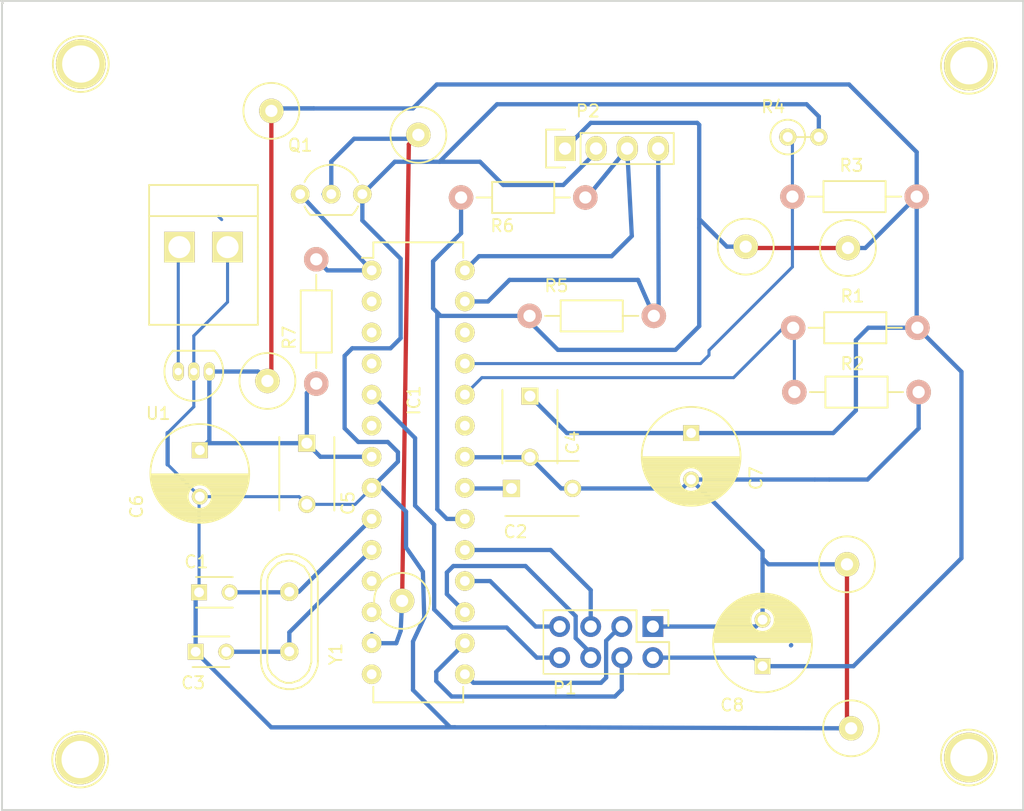
<source format=kicad_pcb>
(kicad_pcb (version 4) (host pcbnew 4.0.2+dfsg1-stable)

  (general
    (links 61)
    (no_connects 0)
    (area 84.644999 40.814999 168.365001 107.115001)
    (thickness 1.6)
    (drawings 5)
    (tracks 230)
    (zones 0)
    (modules 34)
    (nets 19)
  )

  (page A4)
  (layers
    (0 F.Cu signal)
    (31 B.Cu signal)
    (32 B.Adhes user)
    (33 F.Adhes user)
    (34 B.Paste user)
    (35 F.Paste user)
    (36 B.SilkS user)
    (37 F.SilkS user)
    (38 B.Mask user)
    (39 F.Mask user)
    (40 Dwgs.User user)
    (41 Cmts.User user)
    (42 Eco1.User user)
    (43 Eco2.User user)
    (44 Edge.Cuts user)
    (45 Margin user)
    (46 B.CrtYd user)
    (47 F.CrtYd user)
    (48 B.Fab user)
    (49 F.Fab user)
  )

  (setup
    (last_trace_width 0.25)
    (trace_clearance 0.2)
    (zone_clearance 0.508)
    (zone_45_only no)
    (trace_min 0.2)
    (segment_width 0.2)
    (edge_width 0.15)
    (via_size 0.6)
    (via_drill 0.4)
    (via_min_size 0.4)
    (via_min_drill 0.3)
    (uvia_size 0.3)
    (uvia_drill 0.1)
    (uvias_allowed no)
    (uvia_min_size 0.2)
    (uvia_min_drill 0.1)
    (pcb_text_width 0.3)
    (pcb_text_size 1.5 1.5)
    (mod_edge_width 0.15)
    (mod_text_size 1 1)
    (mod_text_width 0.15)
    (pad_size 2 2)
    (pad_drill 1)
    (pad_to_mask_clearance 0.2)
    (aux_axis_origin 0 0)
    (visible_elements FFFFFF7F)
    (pcbplotparams
      (layerselection 0x00030_80000001)
      (usegerberextensions false)
      (excludeedgelayer true)
      (linewidth 0.500000)
      (plotframeref false)
      (viasonmask false)
      (mode 1)
      (useauxorigin false)
      (hpglpennumber 1)
      (hpglpenspeed 20)
      (hpglpendiameter 15)
      (hpglpenoverlay 2)
      (psnegative false)
      (psa4output false)
      (plotreference true)
      (plotvalue true)
      (plotinvisibletext false)
      (padsonsilk false)
      (subtractmaskfromsilk false)
      (outputformat 1)
      (mirror false)
      (drillshape 1)
      (scaleselection 1)
      (outputdirectory ""))
  )

  (net 0 "")
  (net 1 +3V3)
  (net 2 "Net-(C1-Pad2)")
  (net 3 "Net-(C3-Pad2)")
  (net 4 RESET)
  (net 5 INT1)
  (net 6 CE)
  (net 7 CSN)
  (net 8 MOSI)
  (net 9 MISO)
  (net 10 SCK)
  (net 11 SDA)
  (net 12 SCL)
  (net 13 PD7)
  (net 14 "Net-(C2-Pad1)")
  (net 15 PC1)
  (net 16 PC2)
  (net 17 GND)
  (net 18 "Net-(P3-Pad2)")

  (net_class Default "This is the default net class."
    (clearance 0.2)
    (trace_width 0.25)
    (via_dia 0.6)
    (via_drill 0.4)
    (uvia_dia 0.3)
    (uvia_drill 0.1)
    (add_net "Net-(P3-Pad2)")
    (add_net PC1)
    (add_net PC2)
  )

  (net_class moje ""
    (clearance 0.2)
    (trace_width 0.35)
    (via_dia 0.6)
    (via_drill 0.4)
    (uvia_dia 0.3)
    (uvia_drill 0.1)
    (add_net +3V3)
    (add_net CE)
    (add_net CSN)
    (add_net GND)
    (add_net INT1)
    (add_net MISO)
    (add_net MOSI)
    (add_net "Net-(C1-Pad2)")
    (add_net "Net-(C2-Pad1)")
    (add_net "Net-(C3-Pad2)")
    (add_net PD7)
    (add_net RESET)
    (add_net SCK)
    (add_net SCL)
    (add_net SDA)
  )

  (module Connect:1pin (layer F.Cu) (tedit 5A507502) (tstamp 5A53AF21)
    (at 153.89 86.95)
    (descr "module 1 pin (ou trou mecanique de percage)")
    (tags DEV)
    (fp_text reference REF** (at 0 -3.048) (layer F.SilkS) hide
      (effects (font (size 1 1) (thickness 0.15)))
    )
    (fp_text value 1pin (at 0 2.794) (layer F.Fab) hide
      (effects (font (size 1 1) (thickness 0.15)))
    )
    (fp_circle (center 0 0) (end 0 -2.286) (layer F.SilkS) (width 0.15))
    (pad 1 thru_hole circle (at 0 0) (size 2 2) (drill 1) (layers *.Cu *.Mask F.SilkS)
      (net 17 GND))
  )

  (module Connect:1pin (layer F.Cu) (tedit 5A507502) (tstamp 5A53AF17)
    (at 154.23 100.36)
    (descr "module 1 pin (ou trou mecanique de percage)")
    (tags DEV)
    (fp_text reference REF** (at 0 -3.048) (layer F.SilkS) hide
      (effects (font (size 1 1) (thickness 0.15)))
    )
    (fp_text value 1pin (at 0 2.794) (layer F.Fab) hide
      (effects (font (size 1 1) (thickness 0.15)))
    )
    (fp_circle (center 0 0) (end 0 -2.286) (layer F.SilkS) (width 0.15))
    (pad 1 thru_hole circle (at 0 0) (size 2 2) (drill 1) (layers *.Cu *.Mask F.SilkS)
      (net 17 GND))
  )

  (module Connect:1pin (layer F.Cu) (tedit 5A5074AB) (tstamp 5A53AF12)
    (at 117.52 89.94)
    (descr "module 1 pin (ou trou mecanique de percage)")
    (tags DEV)
    (fp_text reference REF** (at 0 -3.048) (layer F.SilkS) hide
      (effects (font (size 1 1) (thickness 0.15)))
    )
    (fp_text value 1pin (at 0 2.794) (layer F.Fab) hide
      (effects (font (size 1 1) (thickness 0.15)))
    )
    (fp_circle (center 0 0) (end 0 -2.286) (layer F.SilkS) (width 0.15))
    (pad 1 thru_hole circle (at 0 0) (size 2 2) (drill 1) (layers *.Cu *.Mask F.SilkS)
      (net 13 PD7))
  )

  (module Connect:1pin (layer F.Cu) (tedit 5A5074AB) (tstamp 5A53AF08)
    (at 118.85 51.84)
    (descr "module 1 pin (ou trou mecanique de percage)")
    (tags DEV)
    (fp_text reference REF** (at 0 -3.048) (layer F.SilkS) hide
      (effects (font (size 1 1) (thickness 0.15)))
    )
    (fp_text value 1pin (at 0 2.794) (layer F.Fab) hide
      (effects (font (size 1 1) (thickness 0.15)))
    )
    (fp_circle (center 0 0) (end 0 -2.286) (layer F.SilkS) (width 0.15))
    (pad 1 thru_hole circle (at 0 0) (size 2 2) (drill 1) (layers *.Cu *.Mask F.SilkS)
      (net 13 PD7))
  )

  (module Connect:1pin (layer F.Cu) (tedit 5A507402) (tstamp 5A53AF03)
    (at 153.97 61.09)
    (descr "module 1 pin (ou trou mecanique de percage)")
    (tags DEV)
    (fp_text reference REF** (at 0 -3.048) (layer F.SilkS) hide
      (effects (font (size 1 1) (thickness 0.15)))
    )
    (fp_text value 1pin (at 0 2.794) (layer F.Fab) hide
      (effects (font (size 1 1) (thickness 0.15)))
    )
    (fp_circle (center 0 0) (end 0 -2.286) (layer F.SilkS) (width 0.15))
    (pad 1 thru_hole circle (at 0 0) (size 2 2) (drill 1) (layers *.Cu *.Mask F.SilkS)
      (net 1 +3V3))
  )

  (module Connect:1pin (layer F.Cu) (tedit 5A507402) (tstamp 5A53AEFE)
    (at 145.61 60.98)
    (descr "module 1 pin (ou trou mecanique de percage)")
    (tags DEV)
    (fp_text reference REF** (at 0 -3.048) (layer F.SilkS) hide
      (effects (font (size 1 1) (thickness 0.15)))
    )
    (fp_text value 1pin (at 0 2.794) (layer F.Fab) hide
      (effects (font (size 1 1) (thickness 0.15)))
    )
    (fp_circle (center 0 0) (end 0 -2.286) (layer F.SilkS) (width 0.15))
    (pad 1 thru_hole circle (at 0 0) (size 2 2) (drill 1) (layers *.Cu *.Mask F.SilkS)
      (net 1 +3V3))
  )

  (module Connect:1pin (layer F.Cu) (tedit 5A507402) (tstamp 5A53AEF9)
    (at 106.51 71.96)
    (descr "module 1 pin (ou trou mecanique de percage)")
    (tags DEV)
    (fp_text reference REF** (at 0 -3.048) (layer F.SilkS) hide
      (effects (font (size 1 1) (thickness 0.15)))
    )
    (fp_text value 1pin (at 0 2.794) (layer F.Fab) hide
      (effects (font (size 1 1) (thickness 0.15)))
    )
    (fp_circle (center 0 0) (end 0 -2.286) (layer F.SilkS) (width 0.15))
    (pad 1 thru_hole circle (at 0 0) (size 2 2) (drill 1) (layers *.Cu *.Mask F.SilkS)
      (net 1 +3V3))
  )

  (module Capacitors_ThroughHole:C_Disc_D3_P2.5 (layer F.Cu) (tedit 5A5010B1) (tstamp 5A4F7EFF)
    (at 100.92 89.24)
    (descr "Capacitor 3mm Disc, Pitch 2.5mm")
    (tags Capacitor)
    (path /5A4F6FEC)
    (fp_text reference C1 (at -0.22 -2.49) (layer F.SilkS)
      (effects (font (size 1 1) (thickness 0.15)))
    )
    (fp_text value 22n (at 2.35 -2.44) (layer F.Fab)
      (effects (font (size 1 1) (thickness 0.15)))
    )
    (fp_line (start -0.9 -1.5) (end 3.4 -1.5) (layer F.CrtYd) (width 0.05))
    (fp_line (start 3.4 -1.5) (end 3.4 1.5) (layer F.CrtYd) (width 0.05))
    (fp_line (start 3.4 1.5) (end -0.9 1.5) (layer F.CrtYd) (width 0.05))
    (fp_line (start -0.9 1.5) (end -0.9 -1.5) (layer F.CrtYd) (width 0.05))
    (fp_line (start -0.25 -1.25) (end 2.75 -1.25) (layer F.SilkS) (width 0.15))
    (fp_line (start 2.75 1.25) (end -0.25 1.25) (layer F.SilkS) (width 0.15))
    (pad 1 thru_hole rect (at 0 0) (size 1.3 1.3) (drill 0.8) (layers *.Cu *.Mask F.SilkS)
      (net 17 GND))
    (pad 2 thru_hole circle (at 2.5 0) (size 1.3 1.3) (drill 0.8001) (layers *.Cu *.Mask F.SilkS)
      (net 2 "Net-(C1-Pad2)"))
    (model Capacitors_ThroughHole.3dshapes/C_Disc_D3_P2.5.wrl
      (at (xyz 0.0492126 0 0))
      (scale (xyz 1 1 1))
      (rotate (xyz 0 0 0))
    )
  )

  (module Capacitors_ThroughHole:C_Disc_D6_P5 (layer F.Cu) (tedit 5A501263) (tstamp 5A4F7F05)
    (at 126.46 80.75)
    (descr "Capacitor 6mm Disc, Pitch 5mm")
    (tags Capacitor)
    (path /5A4F7363)
    (fp_text reference C2 (at 0.33 3.54) (layer F.SilkS)
      (effects (font (size 1 1) (thickness 0.15)))
    )
    (fp_text value 100n (at 3.38 3.49) (layer F.Fab)
      (effects (font (size 1 1) (thickness 0.15)))
    )
    (fp_line (start -0.95 -2.5) (end 5.95 -2.5) (layer F.CrtYd) (width 0.05))
    (fp_line (start 5.95 -2.5) (end 5.95 2.5) (layer F.CrtYd) (width 0.05))
    (fp_line (start 5.95 2.5) (end -0.95 2.5) (layer F.CrtYd) (width 0.05))
    (fp_line (start -0.95 2.5) (end -0.95 -2.5) (layer F.CrtYd) (width 0.05))
    (fp_line (start -0.5 -2.25) (end 5.5 -2.25) (layer F.SilkS) (width 0.15))
    (fp_line (start 5.5 2.25) (end -0.5 2.25) (layer F.SilkS) (width 0.15))
    (pad 1 thru_hole rect (at 0 0) (size 1.4 1.4) (drill 0.9) (layers *.Cu *.Mask F.SilkS)
      (net 14 "Net-(C2-Pad1)"))
    (pad 2 thru_hole circle (at 5 0) (size 1.4 1.4) (drill 0.9) (layers *.Cu *.Mask F.SilkS)
      (net 17 GND))
    (model Capacitors_ThroughHole.3dshapes/C_Disc_D6_P5.wrl
      (at (xyz 0.0984252 0 0))
      (scale (xyz 1 1 1))
      (rotate (xyz 0 0 0))
    )
  )

  (module Capacitors_ThroughHole:C_Disc_D3_P2.5 (layer F.Cu) (tedit 5A5010A0) (tstamp 5A4F7F0B)
    (at 100.64 94.1)
    (descr "Capacitor 3mm Disc, Pitch 2.5mm")
    (tags Capacitor)
    (path /5A4F6F9F)
    (fp_text reference C3 (at -0.2 2.54) (layer F.SilkS)
      (effects (font (size 1 1) (thickness 0.15)))
    )
    (fp_text value 22n (at 2.32 2.47) (layer F.Fab)
      (effects (font (size 1 1) (thickness 0.15)))
    )
    (fp_line (start -0.9 -1.5) (end 3.4 -1.5) (layer F.CrtYd) (width 0.05))
    (fp_line (start 3.4 -1.5) (end 3.4 1.5) (layer F.CrtYd) (width 0.05))
    (fp_line (start 3.4 1.5) (end -0.9 1.5) (layer F.CrtYd) (width 0.05))
    (fp_line (start -0.9 1.5) (end -0.9 -1.5) (layer F.CrtYd) (width 0.05))
    (fp_line (start -0.25 -1.25) (end 2.75 -1.25) (layer F.SilkS) (width 0.15))
    (fp_line (start 2.75 1.25) (end -0.25 1.25) (layer F.SilkS) (width 0.15))
    (pad 1 thru_hole rect (at 0 0) (size 1.3 1.3) (drill 0.8) (layers *.Cu *.Mask F.SilkS)
      (net 17 GND))
    (pad 2 thru_hole circle (at 2.5 0) (size 1.3 1.3) (drill 0.8001) (layers *.Cu *.Mask F.SilkS)
      (net 3 "Net-(C3-Pad2)"))
    (model Capacitors_ThroughHole.3dshapes/C_Disc_D3_P2.5.wrl
      (at (xyz 0.0492126 0 0))
      (scale (xyz 1 1 1))
      (rotate (xyz 0 0 0))
    )
  )

  (module Capacitors_ThroughHole:C_Disc_D6_P5 (layer F.Cu) (tedit 5A501256) (tstamp 5A4F7F11)
    (at 127.97 73.2 270)
    (descr "Capacitor 6mm Disc, Pitch 5mm")
    (tags Capacitor)
    (path /5A4F744F)
    (fp_text reference C4 (at 3.8 -3.49 270) (layer F.SilkS)
      (effects (font (size 1 1) (thickness 0.15)))
    )
    (fp_text value 100n (at 0.87 -3.46 270) (layer F.Fab)
      (effects (font (size 1 1) (thickness 0.15)))
    )
    (fp_line (start -0.95 -2.5) (end 5.95 -2.5) (layer F.CrtYd) (width 0.05))
    (fp_line (start 5.95 -2.5) (end 5.95 2.5) (layer F.CrtYd) (width 0.05))
    (fp_line (start 5.95 2.5) (end -0.95 2.5) (layer F.CrtYd) (width 0.05))
    (fp_line (start -0.95 2.5) (end -0.95 -2.5) (layer F.CrtYd) (width 0.05))
    (fp_line (start -0.5 -2.25) (end 5.5 -2.25) (layer F.SilkS) (width 0.15))
    (fp_line (start 5.5 2.25) (end -0.5 2.25) (layer F.SilkS) (width 0.15))
    (pad 1 thru_hole rect (at 0 0 270) (size 1.4 1.4) (drill 0.9) (layers *.Cu *.Mask F.SilkS)
      (net 1 +3V3))
    (pad 2 thru_hole circle (at 5 0 270) (size 1.4 1.4) (drill 0.9) (layers *.Cu *.Mask F.SilkS)
      (net 17 GND))
    (model Capacitors_ThroughHole.3dshapes/C_Disc_D6_P5.wrl
      (at (xyz 0.0984252 0 0))
      (scale (xyz 1 1 1))
      (rotate (xyz 0 0 0))
    )
  )

  (module Capacitors_ThroughHole:C_Disc_D6_P5 (layer F.Cu) (tedit 5A5010D2) (tstamp 5A4F7F17)
    (at 109.73 77.05 270)
    (descr "Capacitor 6mm Disc, Pitch 5mm")
    (tags Capacitor)
    (path /5A4F753A)
    (fp_text reference C5 (at 4.9 -3.37 270) (layer F.SilkS)
      (effects (font (size 1 1) (thickness 0.15)))
    )
    (fp_text value 100n (at 1.8 -3.26 270) (layer F.Fab)
      (effects (font (size 1 1) (thickness 0.15)))
    )
    (fp_line (start -0.95 -2.5) (end 5.95 -2.5) (layer F.CrtYd) (width 0.05))
    (fp_line (start 5.95 -2.5) (end 5.95 2.5) (layer F.CrtYd) (width 0.05))
    (fp_line (start 5.95 2.5) (end -0.95 2.5) (layer F.CrtYd) (width 0.05))
    (fp_line (start -0.95 2.5) (end -0.95 -2.5) (layer F.CrtYd) (width 0.05))
    (fp_line (start -0.5 -2.25) (end 5.5 -2.25) (layer F.SilkS) (width 0.15))
    (fp_line (start 5.5 2.25) (end -0.5 2.25) (layer F.SilkS) (width 0.15))
    (pad 1 thru_hole rect (at 0 0 270) (size 1.4 1.4) (drill 0.9) (layers *.Cu *.Mask F.SilkS)
      (net 1 +3V3))
    (pad 2 thru_hole circle (at 5 0 270) (size 1.4 1.4) (drill 0.9) (layers *.Cu *.Mask F.SilkS)
      (net 17 GND))
    (model Capacitors_ThroughHole.3dshapes/C_Disc_D6_P5.wrl
      (at (xyz 0.0984252 0 0))
      (scale (xyz 1 1 1))
      (rotate (xyz 0 0 0))
    )
  )

  (module Housings_DIP:DIP-28_W7.62mm (layer F.Cu) (tedit 5A50105B) (tstamp 5A4F7F49)
    (at 115.032143 62.92)
    (descr "28-lead dip package, row spacing 7.62 mm (300 mils)")
    (tags "dil dip 2.54 300")
    (path /5A4F6E80)
    (fp_text reference IC1 (at 3.457857 10.63 90) (layer F.SilkS)
      (effects (font (size 1 1) (thickness 0.15)))
    )
    (fp_text value ATMEGA8-P (at 3.617857 4.09 90) (layer F.Fab)
      (effects (font (size 1 1) (thickness 0.15)))
    )
    (fp_line (start -1.05 -2.45) (end -1.05 35.5) (layer F.CrtYd) (width 0.05))
    (fp_line (start 8.65 -2.45) (end 8.65 35.5) (layer F.CrtYd) (width 0.05))
    (fp_line (start -1.05 -2.45) (end 8.65 -2.45) (layer F.CrtYd) (width 0.05))
    (fp_line (start -1.05 35.5) (end 8.65 35.5) (layer F.CrtYd) (width 0.05))
    (fp_line (start 0.135 -2.295) (end 0.135 -1.025) (layer F.SilkS) (width 0.15))
    (fp_line (start 7.485 -2.295) (end 7.485 -1.025) (layer F.SilkS) (width 0.15))
    (fp_line (start 7.485 35.315) (end 7.485 34.045) (layer F.SilkS) (width 0.15))
    (fp_line (start 0.135 35.315) (end 0.135 34.045) (layer F.SilkS) (width 0.15))
    (fp_line (start 0.135 -2.295) (end 7.485 -2.295) (layer F.SilkS) (width 0.15))
    (fp_line (start 0.135 35.315) (end 7.485 35.315) (layer F.SilkS) (width 0.15))
    (fp_line (start 0.135 -1.025) (end -0.8 -1.025) (layer F.SilkS) (width 0.15))
    (pad 1 thru_hole oval (at 0 0) (size 1.6 1.6) (drill 0.8) (layers *.Cu *.Mask F.SilkS)
      (net 4 RESET))
    (pad 2 thru_hole oval (at 0 2.54) (size 1.6 1.6) (drill 0.8) (layers *.Cu *.Mask F.SilkS))
    (pad 3 thru_hole oval (at 0 5.08) (size 1.6 1.6) (drill 0.8) (layers *.Cu *.Mask F.SilkS))
    (pad 4 thru_hole oval (at 0 7.62) (size 1.6 1.6) (drill 0.8) (layers *.Cu *.Mask F.SilkS))
    (pad 5 thru_hole oval (at 0 10.16) (size 1.6 1.6) (drill 0.8) (layers *.Cu *.Mask F.SilkS)
      (net 5 INT1))
    (pad 6 thru_hole oval (at 0 12.7) (size 1.6 1.6) (drill 0.8) (layers *.Cu *.Mask F.SilkS))
    (pad 7 thru_hole oval (at 0 15.24) (size 1.6 1.6) (drill 0.8) (layers *.Cu *.Mask F.SilkS)
      (net 1 +3V3))
    (pad 8 thru_hole oval (at 0 17.78) (size 1.6 1.6) (drill 0.8) (layers *.Cu *.Mask F.SilkS)
      (net 17 GND))
    (pad 9 thru_hole oval (at 0 20.32) (size 1.6 1.6) (drill 0.8) (layers *.Cu *.Mask F.SilkS)
      (net 2 "Net-(C1-Pad2)"))
    (pad 10 thru_hole oval (at 0 22.86) (size 1.6 1.6) (drill 0.8) (layers *.Cu *.Mask F.SilkS)
      (net 3 "Net-(C3-Pad2)"))
    (pad 11 thru_hole oval (at 0 25.4) (size 1.6 1.6) (drill 0.8) (layers *.Cu *.Mask F.SilkS))
    (pad 12 thru_hole oval (at 0 27.94) (size 1.6 1.6) (drill 0.8) (layers *.Cu *.Mask F.SilkS))
    (pad 13 thru_hole oval (at 0 30.48) (size 1.6 1.6) (drill 0.8) (layers *.Cu *.Mask F.SilkS)
      (net 13 PD7))
    (pad 14 thru_hole oval (at 0 33.02) (size 1.6 1.6) (drill 0.8) (layers *.Cu *.Mask F.SilkS))
    (pad 15 thru_hole oval (at 7.62 33.02) (size 1.6 1.6) (drill 0.8) (layers *.Cu *.Mask F.SilkS)
      (net 6 CE))
    (pad 16 thru_hole oval (at 7.62 30.48) (size 1.6 1.6) (drill 0.8) (layers *.Cu *.Mask F.SilkS)
      (net 7 CSN))
    (pad 17 thru_hole oval (at 7.62 27.94) (size 1.6 1.6) (drill 0.8) (layers *.Cu *.Mask F.SilkS)
      (net 8 MOSI))
    (pad 18 thru_hole oval (at 7.62 25.4) (size 1.6 1.6) (drill 0.8) (layers *.Cu *.Mask F.SilkS)
      (net 9 MISO))
    (pad 19 thru_hole oval (at 7.62 22.86) (size 1.6 1.6) (drill 0.8) (layers *.Cu *.Mask F.SilkS)
      (net 10 SCK))
    (pad 20 thru_hole oval (at 7.62 20.32) (size 1.6 1.6) (drill 0.8) (layers *.Cu *.Mask F.SilkS)
      (net 1 +3V3))
    (pad 21 thru_hole oval (at 7.62 17.78) (size 1.6 1.6) (drill 0.8) (layers *.Cu *.Mask F.SilkS)
      (net 14 "Net-(C2-Pad1)"))
    (pad 22 thru_hole oval (at 7.62 15.24) (size 1.6 1.6) (drill 0.8) (layers *.Cu *.Mask F.SilkS)
      (net 17 GND))
    (pad 23 thru_hole oval (at 7.62 12.7) (size 1.6 1.6) (drill 0.8) (layers *.Cu *.Mask F.SilkS))
    (pad 24 thru_hole oval (at 7.62 10.16) (size 1.6 1.6) (drill 0.8) (layers *.Cu *.Mask F.SilkS)
      (net 15 PC1))
    (pad 25 thru_hole oval (at 7.62 7.62) (size 1.6 1.6) (drill 0.8) (layers *.Cu *.Mask F.SilkS)
      (net 16 PC2))
    (pad 26 thru_hole oval (at 7.62 5.08) (size 1.6 1.6) (drill 0.8) (layers *.Cu *.Mask F.SilkS))
    (pad 27 thru_hole oval (at 7.62 2.54) (size 1.6 1.6) (drill 0.8) (layers *.Cu *.Mask F.SilkS)
      (net 11 SDA))
    (pad 28 thru_hole oval (at 7.62 0) (size 1.6 1.6) (drill 0.8) (layers *.Cu *.Mask F.SilkS)
      (net 12 SCL))
    (model Housings_DIP.3dshapes/DIP-28_W7.62mm.wrl
      (at (xyz 0 0 0))
      (scale (xyz 1 1 1))
      (rotate (xyz 0 0 0))
    )
  )

  (module Socket_Strips:Socket_Strip_Straight_1x04 (layer F.Cu) (tedit 5A5011AF) (tstamp 5A4F7F5D)
    (at 130.84 52.96)
    (descr "Through hole socket strip")
    (tags "socket strip")
    (path /5A4F7940)
    (fp_text reference P2 (at 1.87 -3.07) (layer F.SilkS)
      (effects (font (size 1 1) (thickness 0.15)))
    )
    (fp_text value BME280 (at 6.14 -3.01) (layer F.Fab)
      (effects (font (size 1 1) (thickness 0.15)))
    )
    (fp_line (start -1.75 -1.75) (end -1.75 1.75) (layer F.CrtYd) (width 0.05))
    (fp_line (start 9.4 -1.75) (end 9.4 1.75) (layer F.CrtYd) (width 0.05))
    (fp_line (start -1.75 -1.75) (end 9.4 -1.75) (layer F.CrtYd) (width 0.05))
    (fp_line (start -1.75 1.75) (end 9.4 1.75) (layer F.CrtYd) (width 0.05))
    (fp_line (start 1.27 -1.27) (end 8.89 -1.27) (layer F.SilkS) (width 0.15))
    (fp_line (start 1.27 1.27) (end 8.89 1.27) (layer F.SilkS) (width 0.15))
    (fp_line (start -1.55 1.55) (end 0 1.55) (layer F.SilkS) (width 0.15))
    (fp_line (start 8.89 -1.27) (end 8.89 1.27) (layer F.SilkS) (width 0.15))
    (fp_line (start 1.27 1.27) (end 1.27 -1.27) (layer F.SilkS) (width 0.15))
    (fp_line (start 0 -1.55) (end -1.55 -1.55) (layer F.SilkS) (width 0.15))
    (fp_line (start -1.55 -1.55) (end -1.55 1.55) (layer F.SilkS) (width 0.15))
    (pad 1 thru_hole rect (at 0 0) (size 1.7272 2.032) (drill 1.016) (layers *.Cu *.Mask F.SilkS)
      (net 1 +3V3))
    (pad 2 thru_hole oval (at 2.54 0) (size 1.7272 2.032) (drill 1.016) (layers *.Cu *.Mask F.SilkS)
      (net 17 GND))
    (pad 3 thru_hole oval (at 5.08 0) (size 1.7272 2.032) (drill 1.016) (layers *.Cu *.Mask F.SilkS)
      (net 12 SCL))
    (pad 4 thru_hole oval (at 7.62 0) (size 1.7272 2.032) (drill 1.016) (layers *.Cu *.Mask F.SilkS)
      (net 11 SDA))
    (model Socket_Strips.3dshapes/Socket_Strip_Straight_1x04.wrl
      (at (xyz 0.15 0 0))
      (scale (xyz 1 1 1))
      (rotate (xyz 0 0 180))
    )
  )

  (module Resistors_ThroughHole:Resistor_Horizontal_RM10mm (layer F.Cu) (tedit 5A501217) (tstamp 5A4F7F63)
    (at 159.65 67.61 180)
    (descr "Resistor, Axial,  RM 10mm, 1/3W")
    (tags "Resistor Axial RM 10mm 1/3W")
    (path /5A4FB155)
    (fp_text reference R1 (at 5.31 2.59 180) (layer F.SilkS)
      (effects (font (size 1 1) (thickness 0.15)))
    )
    (fp_text value 12k (at 2.43 2.59 180) (layer F.Fab)
      (effects (font (size 1 1) (thickness 0.15)))
    )
    (fp_line (start -1.25 -1.5) (end 11.4 -1.5) (layer F.CrtYd) (width 0.05))
    (fp_line (start -1.25 1.5) (end -1.25 -1.5) (layer F.CrtYd) (width 0.05))
    (fp_line (start 11.4 -1.5) (end 11.4 1.5) (layer F.CrtYd) (width 0.05))
    (fp_line (start -1.25 1.5) (end 11.4 1.5) (layer F.CrtYd) (width 0.05))
    (fp_line (start 2.54 -1.27) (end 7.62 -1.27) (layer F.SilkS) (width 0.15))
    (fp_line (start 7.62 -1.27) (end 7.62 1.27) (layer F.SilkS) (width 0.15))
    (fp_line (start 7.62 1.27) (end 2.54 1.27) (layer F.SilkS) (width 0.15))
    (fp_line (start 2.54 1.27) (end 2.54 -1.27) (layer F.SilkS) (width 0.15))
    (fp_line (start 2.54 0) (end 1.27 0) (layer F.SilkS) (width 0.15))
    (fp_line (start 7.62 0) (end 8.89 0) (layer F.SilkS) (width 0.15))
    (pad 1 thru_hole circle (at 0 0 180) (size 1.99898 1.99898) (drill 1.00076) (layers *.Cu *.SilkS *.Mask)
      (net 1 +3V3))
    (pad 2 thru_hole circle (at 10.16 0 180) (size 1.99898 1.99898) (drill 1.00076) (layers *.Cu *.SilkS *.Mask)
      (net 15 PC1))
    (model Resistors_ThroughHole.3dshapes/Resistor_Horizontal_RM10mm.wrl
      (at (xyz 0 0 0))
      (scale (xyz 0.4 0.4 0.4))
      (rotate (xyz 0 0 0))
    )
  )

  (module Resistors_ThroughHole:Resistor_Horizontal_RM10mm (layer F.Cu) (tedit 5A501225) (tstamp 5A4F7F69)
    (at 149.59 72.87)
    (descr "Resistor, Axial,  RM 10mm, 1/3W")
    (tags "Resistor Axial RM 10mm 1/3W")
    (path /5A4FB1CA)
    (fp_text reference R2 (at 4.75 -2.32) (layer F.SilkS)
      (effects (font (size 1 1) (thickness 0.15)))
    )
    (fp_text value 33k (at 7.38 -2.24) (layer F.Fab)
      (effects (font (size 1 1) (thickness 0.15)))
    )
    (fp_line (start -1.25 -1.5) (end 11.4 -1.5) (layer F.CrtYd) (width 0.05))
    (fp_line (start -1.25 1.5) (end -1.25 -1.5) (layer F.CrtYd) (width 0.05))
    (fp_line (start 11.4 -1.5) (end 11.4 1.5) (layer F.CrtYd) (width 0.05))
    (fp_line (start -1.25 1.5) (end 11.4 1.5) (layer F.CrtYd) (width 0.05))
    (fp_line (start 2.54 -1.27) (end 7.62 -1.27) (layer F.SilkS) (width 0.15))
    (fp_line (start 7.62 -1.27) (end 7.62 1.27) (layer F.SilkS) (width 0.15))
    (fp_line (start 7.62 1.27) (end 2.54 1.27) (layer F.SilkS) (width 0.15))
    (fp_line (start 2.54 1.27) (end 2.54 -1.27) (layer F.SilkS) (width 0.15))
    (fp_line (start 2.54 0) (end 1.27 0) (layer F.SilkS) (width 0.15))
    (fp_line (start 7.62 0) (end 8.89 0) (layer F.SilkS) (width 0.15))
    (pad 1 thru_hole circle (at 0 0) (size 1.99898 1.99898) (drill 1.00076) (layers *.Cu *.SilkS *.Mask)
      (net 15 PC1))
    (pad 2 thru_hole circle (at 10.16 0) (size 1.99898 1.99898) (drill 1.00076) (layers *.Cu *.SilkS *.Mask)
      (net 17 GND))
    (model Resistors_ThroughHole.3dshapes/Resistor_Horizontal_RM10mm.wrl
      (at (xyz 0 0 0))
      (scale (xyz 0.4 0.4 0.4))
      (rotate (xyz 0 0 0))
    )
  )

  (module Resistors_ThroughHole:Resistor_Horizontal_RM10mm (layer F.Cu) (tedit 5A5011F8) (tstamp 5A4F7F6F)
    (at 159.59 56.89 180)
    (descr "Resistor, Axial,  RM 10mm, 1/3W")
    (tags "Resistor Axial RM 10mm 1/3W")
    (path /5A4FBC17)
    (fp_text reference R3 (at 5.33 2.55 180) (layer F.SilkS)
      (effects (font (size 1 1) (thickness 0.15)))
    )
    (fp_text value 12k (at 2.56 2.59 180) (layer F.Fab)
      (effects (font (size 1 1) (thickness 0.15)))
    )
    (fp_line (start -1.25 -1.5) (end 11.4 -1.5) (layer F.CrtYd) (width 0.05))
    (fp_line (start -1.25 1.5) (end -1.25 -1.5) (layer F.CrtYd) (width 0.05))
    (fp_line (start 11.4 -1.5) (end 11.4 1.5) (layer F.CrtYd) (width 0.05))
    (fp_line (start -1.25 1.5) (end 11.4 1.5) (layer F.CrtYd) (width 0.05))
    (fp_line (start 2.54 -1.27) (end 7.62 -1.27) (layer F.SilkS) (width 0.15))
    (fp_line (start 7.62 -1.27) (end 7.62 1.27) (layer F.SilkS) (width 0.15))
    (fp_line (start 7.62 1.27) (end 2.54 1.27) (layer F.SilkS) (width 0.15))
    (fp_line (start 2.54 1.27) (end 2.54 -1.27) (layer F.SilkS) (width 0.15))
    (fp_line (start 2.54 0) (end 1.27 0) (layer F.SilkS) (width 0.15))
    (fp_line (start 7.62 0) (end 8.89 0) (layer F.SilkS) (width 0.15))
    (pad 1 thru_hole circle (at 0 0 180) (size 1.99898 1.99898) (drill 1.00076) (layers *.Cu *.SilkS *.Mask)
      (net 1 +3V3))
    (pad 2 thru_hole circle (at 10.16 0 180) (size 1.99898 1.99898) (drill 1.00076) (layers *.Cu *.SilkS *.Mask)
      (net 16 PC2))
    (model Resistors_ThroughHole.3dshapes/Resistor_Horizontal_RM10mm.wrl
      (at (xyz 0 0 0))
      (scale (xyz 0.4 0.4 0.4))
      (rotate (xyz 0 0 0))
    )
  )

  (module Discret:R1 (layer F.Cu) (tedit 5A5011F1) (tstamp 5A4F7F75)
    (at 150.32 52.02)
    (descr "Resistance verticale")
    (tags R)
    (path /5A4FBC88)
    (fp_text reference R4 (at -2.46 -2.48) (layer F.SilkS)
      (effects (font (size 1 1) (thickness 0.15)))
    )
    (fp_text value 5k-10k (at 1.94 -2.42) (layer F.Fab)
      (effects (font (size 1 1) (thickness 0.15)))
    )
    (fp_line (start -1.27 0) (end 1.27 0) (layer F.SilkS) (width 0.15))
    (fp_circle (center -1.27 0) (end -0.635 1.27) (layer F.SilkS) (width 0.15))
    (pad 1 thru_hole circle (at -1.27 0) (size 1.397 1.397) (drill 0.8128) (layers *.Cu *.Mask F.SilkS)
      (net 16 PC2))
    (pad 2 thru_hole circle (at 1.27 0) (size 1.397 1.397) (drill 0.8128) (layers *.Cu *.Mask F.SilkS)
      (net 17 GND))
    (model Discret.3dshapes/R1.wrl
      (at (xyz 0 0 0))
      (scale (xyz 1 1 1))
      (rotate (xyz 0 0 0))
    )
  )

  (module Resistors_ThroughHole:Resistor_Horizontal_RM10mm (layer F.Cu) (tedit 5A50123C) (tstamp 5A4F7F7B)
    (at 127.94 66.64)
    (descr "Resistor, Axial,  RM 10mm, 1/3W")
    (tags "Resistor Axial RM 10mm 1/3W")
    (path /5A4F8C86)
    (fp_text reference R5 (at 2.2 -2.46) (layer F.SilkS)
      (effects (font (size 1 1) (thickness 0.15)))
    )
    (fp_text value 4k7 (at 5.11 -2.38) (layer F.Fab)
      (effects (font (size 1 1) (thickness 0.15)))
    )
    (fp_line (start -1.25 -1.5) (end 11.4 -1.5) (layer F.CrtYd) (width 0.05))
    (fp_line (start -1.25 1.5) (end -1.25 -1.5) (layer F.CrtYd) (width 0.05))
    (fp_line (start 11.4 -1.5) (end 11.4 1.5) (layer F.CrtYd) (width 0.05))
    (fp_line (start -1.25 1.5) (end 11.4 1.5) (layer F.CrtYd) (width 0.05))
    (fp_line (start 2.54 -1.27) (end 7.62 -1.27) (layer F.SilkS) (width 0.15))
    (fp_line (start 7.62 -1.27) (end 7.62 1.27) (layer F.SilkS) (width 0.15))
    (fp_line (start 7.62 1.27) (end 2.54 1.27) (layer F.SilkS) (width 0.15))
    (fp_line (start 2.54 1.27) (end 2.54 -1.27) (layer F.SilkS) (width 0.15))
    (fp_line (start 2.54 0) (end 1.27 0) (layer F.SilkS) (width 0.15))
    (fp_line (start 7.62 0) (end 8.89 0) (layer F.SilkS) (width 0.15))
    (pad 1 thru_hole circle (at 0 0) (size 1.99898 1.99898) (drill 1.00076) (layers *.Cu *.SilkS *.Mask)
      (net 1 +3V3))
    (pad 2 thru_hole circle (at 10.16 0) (size 1.99898 1.99898) (drill 1.00076) (layers *.Cu *.SilkS *.Mask)
      (net 11 SDA))
    (model Resistors_ThroughHole.3dshapes/Resistor_Horizontal_RM10mm.wrl
      (at (xyz 0 0 0))
      (scale (xyz 0.4 0.4 0.4))
      (rotate (xyz 0 0 0))
    )
  )

  (module Resistors_ThroughHole:Resistor_Horizontal_RM10mm (layer F.Cu) (tedit 5A5011C0) (tstamp 5A4F7F81)
    (at 122.34 56.96)
    (descr "Resistor, Axial,  RM 10mm, 1/3W")
    (tags "Resistor Axial RM 10mm 1/3W")
    (path /5A4F8C17)
    (fp_text reference R6 (at 3.38 2.31) (layer F.SilkS)
      (effects (font (size 1 1) (thickness 0.15)))
    )
    (fp_text value 4k7 (at 6.08 2.33) (layer F.Fab)
      (effects (font (size 1 1) (thickness 0.15)))
    )
    (fp_line (start -1.25 -1.5) (end 11.4 -1.5) (layer F.CrtYd) (width 0.05))
    (fp_line (start -1.25 1.5) (end -1.25 -1.5) (layer F.CrtYd) (width 0.05))
    (fp_line (start 11.4 -1.5) (end 11.4 1.5) (layer F.CrtYd) (width 0.05))
    (fp_line (start -1.25 1.5) (end 11.4 1.5) (layer F.CrtYd) (width 0.05))
    (fp_line (start 2.54 -1.27) (end 7.62 -1.27) (layer F.SilkS) (width 0.15))
    (fp_line (start 7.62 -1.27) (end 7.62 1.27) (layer F.SilkS) (width 0.15))
    (fp_line (start 7.62 1.27) (end 2.54 1.27) (layer F.SilkS) (width 0.15))
    (fp_line (start 2.54 1.27) (end 2.54 -1.27) (layer F.SilkS) (width 0.15))
    (fp_line (start 2.54 0) (end 1.27 0) (layer F.SilkS) (width 0.15))
    (fp_line (start 7.62 0) (end 8.89 0) (layer F.SilkS) (width 0.15))
    (pad 1 thru_hole circle (at 0 0) (size 1.99898 1.99898) (drill 1.00076) (layers *.Cu *.SilkS *.Mask)
      (net 1 +3V3))
    (pad 2 thru_hole circle (at 10.16 0) (size 1.99898 1.99898) (drill 1.00076) (layers *.Cu *.SilkS *.Mask)
      (net 12 SCL))
    (model Resistors_ThroughHole.3dshapes/Resistor_Horizontal_RM10mm.wrl
      (at (xyz 0 0 0))
      (scale (xyz 0.4 0.4 0.4))
      (rotate (xyz 0 0 0))
    )
  )

  (module Resistors_ThroughHole:Resistor_Horizontal_RM10mm (layer F.Cu) (tedit 5A501199) (tstamp 5A4F7F87)
    (at 110.5 72.175 90)
    (descr "Resistor, Axial,  RM 10mm, 1/3W")
    (tags "Resistor Axial RM 10mm 1/3W")
    (path /5A4F7297)
    (fp_text reference R7 (at 3.755 -2.21 90) (layer F.SilkS)
      (effects (font (size 1 1) (thickness 0.15)))
    )
    (fp_text value 10k (at 6.565 -2.21 90) (layer F.Fab)
      (effects (font (size 1 1) (thickness 0.15)))
    )
    (fp_line (start -1.25 -1.5) (end 11.4 -1.5) (layer F.CrtYd) (width 0.05))
    (fp_line (start -1.25 1.5) (end -1.25 -1.5) (layer F.CrtYd) (width 0.05))
    (fp_line (start 11.4 -1.5) (end 11.4 1.5) (layer F.CrtYd) (width 0.05))
    (fp_line (start -1.25 1.5) (end 11.4 1.5) (layer F.CrtYd) (width 0.05))
    (fp_line (start 2.54 -1.27) (end 7.62 -1.27) (layer F.SilkS) (width 0.15))
    (fp_line (start 7.62 -1.27) (end 7.62 1.27) (layer F.SilkS) (width 0.15))
    (fp_line (start 7.62 1.27) (end 2.54 1.27) (layer F.SilkS) (width 0.15))
    (fp_line (start 2.54 1.27) (end 2.54 -1.27) (layer F.SilkS) (width 0.15))
    (fp_line (start 2.54 0) (end 1.27 0) (layer F.SilkS) (width 0.15))
    (fp_line (start 7.62 0) (end 8.89 0) (layer F.SilkS) (width 0.15))
    (pad 1 thru_hole circle (at 0 0 90) (size 1.99898 1.99898) (drill 1.00076) (layers *.Cu *.SilkS *.Mask)
      (net 1 +3V3))
    (pad 2 thru_hole circle (at 10.16 0 90) (size 1.99898 1.99898) (drill 1.00076) (layers *.Cu *.SilkS *.Mask)
      (net 4 RESET))
    (model Resistors_ThroughHole.3dshapes/Resistor_Horizontal_RM10mm.wrl
      (at (xyz 0 0 0))
      (scale (xyz 0.4 0.4 0.4))
      (rotate (xyz 0 0 0))
    )
  )

  (module Crystals:Crystal_HC49-U_Vertical (layer F.Cu) (tedit 5A501072) (tstamp 5A4F7F8D)
    (at 108.3 91.64 90)
    (descr "Crystal, Quarz, HC49/U, vertical, stehend,")
    (tags "Crystal, Quarz, HC49/U, vertical, stehend,")
    (path /5A4F6F46)
    (fp_text reference Y1 (at -2.65 3.8 90) (layer F.SilkS)
      (effects (font (size 1 1) (thickness 0.15)))
    )
    (fp_text value 8Mhz (at 0 3.81 90) (layer F.Fab)
      (effects (font (size 1 1) (thickness 0.15)))
    )
    (fp_line (start 4.699 -1.00076) (end 4.89966 -0.59944) (layer F.SilkS) (width 0.15))
    (fp_line (start 4.89966 -0.59944) (end 5.00126 0) (layer F.SilkS) (width 0.15))
    (fp_line (start 5.00126 0) (end 4.89966 0.50038) (layer F.SilkS) (width 0.15))
    (fp_line (start 4.89966 0.50038) (end 4.50088 1.19888) (layer F.SilkS) (width 0.15))
    (fp_line (start 4.50088 1.19888) (end 3.8989 1.6002) (layer F.SilkS) (width 0.15))
    (fp_line (start 3.8989 1.6002) (end 3.29946 1.80086) (layer F.SilkS) (width 0.15))
    (fp_line (start 3.29946 1.80086) (end -3.29946 1.80086) (layer F.SilkS) (width 0.15))
    (fp_line (start -3.29946 1.80086) (end -4.0005 1.6002) (layer F.SilkS) (width 0.15))
    (fp_line (start -4.0005 1.6002) (end -4.39928 1.30048) (layer F.SilkS) (width 0.15))
    (fp_line (start -4.39928 1.30048) (end -4.8006 0.8001) (layer F.SilkS) (width 0.15))
    (fp_line (start -4.8006 0.8001) (end -5.00126 0.20066) (layer F.SilkS) (width 0.15))
    (fp_line (start -5.00126 0.20066) (end -5.00126 -0.29972) (layer F.SilkS) (width 0.15))
    (fp_line (start -5.00126 -0.29972) (end -4.8006 -0.8001) (layer F.SilkS) (width 0.15))
    (fp_line (start -4.8006 -0.8001) (end -4.30022 -1.39954) (layer F.SilkS) (width 0.15))
    (fp_line (start -4.30022 -1.39954) (end -3.79984 -1.69926) (layer F.SilkS) (width 0.15))
    (fp_line (start -3.79984 -1.69926) (end -3.29946 -1.80086) (layer F.SilkS) (width 0.15))
    (fp_line (start -3.2004 -1.80086) (end 3.40106 -1.80086) (layer F.SilkS) (width 0.15))
    (fp_line (start 3.40106 -1.80086) (end 3.79984 -1.69926) (layer F.SilkS) (width 0.15))
    (fp_line (start 3.79984 -1.69926) (end 4.30022 -1.39954) (layer F.SilkS) (width 0.15))
    (fp_line (start 4.30022 -1.39954) (end 4.8006 -0.89916) (layer F.SilkS) (width 0.15))
    (fp_line (start -3.19024 -2.32918) (end -3.64998 -2.28092) (layer F.SilkS) (width 0.15))
    (fp_line (start -3.64998 -2.28092) (end -4.04876 -2.16916) (layer F.SilkS) (width 0.15))
    (fp_line (start -4.04876 -2.16916) (end -4.48056 -1.95072) (layer F.SilkS) (width 0.15))
    (fp_line (start -4.48056 -1.95072) (end -4.77012 -1.71958) (layer F.SilkS) (width 0.15))
    (fp_line (start -4.77012 -1.71958) (end -5.10032 -1.36906) (layer F.SilkS) (width 0.15))
    (fp_line (start -5.10032 -1.36906) (end -5.38988 -0.83058) (layer F.SilkS) (width 0.15))
    (fp_line (start -5.38988 -0.83058) (end -5.51942 -0.23114) (layer F.SilkS) (width 0.15))
    (fp_line (start -5.51942 -0.23114) (end -5.51942 0.2794) (layer F.SilkS) (width 0.15))
    (fp_line (start -5.51942 0.2794) (end -5.34924 0.98044) (layer F.SilkS) (width 0.15))
    (fp_line (start -5.34924 0.98044) (end -4.95046 1.56972) (layer F.SilkS) (width 0.15))
    (fp_line (start -4.95046 1.56972) (end -4.49072 1.94056) (layer F.SilkS) (width 0.15))
    (fp_line (start -4.49072 1.94056) (end -4.06908 2.14884) (layer F.SilkS) (width 0.15))
    (fp_line (start -4.06908 2.14884) (end -3.6195 2.30886) (layer F.SilkS) (width 0.15))
    (fp_line (start -3.6195 2.30886) (end -3.18008 2.33934) (layer F.SilkS) (width 0.15))
    (fp_line (start 4.16052 2.1209) (end 4.53898 1.89992) (layer F.SilkS) (width 0.15))
    (fp_line (start 4.53898 1.89992) (end 4.85902 1.62052) (layer F.SilkS) (width 0.15))
    (fp_line (start 4.85902 1.62052) (end 5.11048 1.29032) (layer F.SilkS) (width 0.15))
    (fp_line (start 5.11048 1.29032) (end 5.4102 0.73914) (layer F.SilkS) (width 0.15))
    (fp_line (start 5.4102 0.73914) (end 5.51942 0.26924) (layer F.SilkS) (width 0.15))
    (fp_line (start 5.51942 0.26924) (end 5.53974 -0.1905) (layer F.SilkS) (width 0.15))
    (fp_line (start 5.53974 -0.1905) (end 5.45084 -0.65024) (layer F.SilkS) (width 0.15))
    (fp_line (start 5.45084 -0.65024) (end 5.26034 -1.09982) (layer F.SilkS) (width 0.15))
    (fp_line (start 5.26034 -1.09982) (end 4.89966 -1.56972) (layer F.SilkS) (width 0.15))
    (fp_line (start 4.89966 -1.56972) (end 4.54914 -1.88976) (layer F.SilkS) (width 0.15))
    (fp_line (start 4.54914 -1.88976) (end 4.16052 -2.1209) (layer F.SilkS) (width 0.15))
    (fp_line (start 4.16052 -2.1209) (end 3.73126 -2.2606) (layer F.SilkS) (width 0.15))
    (fp_line (start 3.73126 -2.2606) (end 3.2893 -2.32918) (layer F.SilkS) (width 0.15))
    (fp_line (start -3.2004 2.32918) (end 3.2512 2.32918) (layer F.SilkS) (width 0.15))
    (fp_line (start 3.2512 2.32918) (end 3.6703 2.29108) (layer F.SilkS) (width 0.15))
    (fp_line (start 3.6703 2.29108) (end 4.16052 2.1209) (layer F.SilkS) (width 0.15))
    (fp_line (start -3.2004 -2.32918) (end 3.2512 -2.32918) (layer F.SilkS) (width 0.15))
    (pad 1 thru_hole circle (at -2.44094 0 90) (size 1.50114 1.50114) (drill 0.8001) (layers *.Cu *.Mask F.SilkS)
      (net 3 "Net-(C3-Pad2)"))
    (pad 2 thru_hole circle (at 2.44094 0 90) (size 1.50114 1.50114) (drill 0.8001) (layers *.Cu *.Mask F.SilkS)
      (net 2 "Net-(C1-Pad2)"))
  )

  (module TO_SOT_Packages_THT:TO-92_Inline_Wide (layer F.Cu) (tedit 5A501042) (tstamp 5A4F8286)
    (at 109.19 56.69)
    (descr "TO-92 leads in-line, wide, drill 0.8mm (see NXP sot054_po.pdf)")
    (tags "to-92 sc-43 sc-43a sot54 PA33 transistor")
    (path /5A4F79A7)
    (fp_text reference Q1 (at 0 -4 180) (layer F.SilkS)
      (effects (font (size 1 1) (thickness 0.15)))
    )
    (fp_text value BC548 (at 3.86 -4.03) (layer F.Fab)
      (effects (font (size 1 1) (thickness 0.15)))
    )
    (fp_arc (start 2.54 0) (end 0.84 1.7) (angle 20.5) (layer F.SilkS) (width 0.15))
    (fp_arc (start 2.54 0) (end 4.24 1.7) (angle -20.5) (layer F.SilkS) (width 0.15))
    (fp_line (start -1 1.95) (end -1 -2.65) (layer F.CrtYd) (width 0.05))
    (fp_line (start -1 1.95) (end 6.1 1.95) (layer F.CrtYd) (width 0.05))
    (fp_line (start 0.84 1.7) (end 4.24 1.7) (layer F.SilkS) (width 0.15))
    (fp_arc (start 2.54 0) (end 2.54 -2.4) (angle -65.55604127) (layer F.SilkS) (width 0.15))
    (fp_arc (start 2.54 0) (end 2.54 -2.4) (angle 65.55604127) (layer F.SilkS) (width 0.15))
    (fp_line (start -1 -2.65) (end 6.1 -2.65) (layer F.CrtYd) (width 0.05))
    (fp_line (start 6.1 1.95) (end 6.1 -2.65) (layer F.CrtYd) (width 0.05))
    (pad 2 thru_hole circle (at 2.54 0 90) (size 1.524 1.524) (drill 0.8) (layers *.Cu *.Mask F.SilkS)
      (net 13 PD7))
    (pad 3 thru_hole circle (at 5.08 0 90) (size 1.524 1.524) (drill 0.8) (layers *.Cu *.Mask F.SilkS)
      (net 17 GND))
    (pad 1 thru_hole circle (at 0 0 90) (size 1.524 1.524) (drill 0.8) (layers *.Cu *.Mask F.SilkS)
      (net 4 RESET))
    (model TO_SOT_Packages_THT.3dshapes/TO-92_Inline_Wide.wrl
      (at (xyz 0.1 0 0))
      (scale (xyz 1 1 1))
      (rotate (xyz 0 0 -90))
    )
  )

  (module Capacitors_ThroughHole:C_Radial_D8_L13_P3.8 (layer F.Cu) (tedit 5A5010D7) (tstamp 5A4F8D80)
    (at 100.98 77.62 270)
    (descr "Radial Electrolytic Capacitor Diameter 8mm x Length 13mm, Pitch 3.8mm")
    (tags "Electrolytic Capacitor")
    (path /5A4F749C)
    (fp_text reference C6 (at 4.61 5.17 270) (layer F.SilkS)
      (effects (font (size 1 1) (thickness 0.15)))
    )
    (fp_text value 10u (at 1.9 5.3 270) (layer F.Fab)
      (effects (font (size 1 1) (thickness 0.15)))
    )
    (fp_line (start 1.975 -3.999) (end 1.975 3.999) (layer F.SilkS) (width 0.15))
    (fp_line (start 2.115 -3.994) (end 2.115 3.994) (layer F.SilkS) (width 0.15))
    (fp_line (start 2.255 -3.984) (end 2.255 3.984) (layer F.SilkS) (width 0.15))
    (fp_line (start 2.395 -3.969) (end 2.395 3.969) (layer F.SilkS) (width 0.15))
    (fp_line (start 2.535 -3.949) (end 2.535 3.949) (layer F.SilkS) (width 0.15))
    (fp_line (start 2.675 -3.924) (end 2.675 3.924) (layer F.SilkS) (width 0.15))
    (fp_line (start 2.815 -3.894) (end 2.815 -0.173) (layer F.SilkS) (width 0.15))
    (fp_line (start 2.815 0.173) (end 2.815 3.894) (layer F.SilkS) (width 0.15))
    (fp_line (start 2.955 -3.858) (end 2.955 -0.535) (layer F.SilkS) (width 0.15))
    (fp_line (start 2.955 0.535) (end 2.955 3.858) (layer F.SilkS) (width 0.15))
    (fp_line (start 3.095 -3.817) (end 3.095 -0.709) (layer F.SilkS) (width 0.15))
    (fp_line (start 3.095 0.709) (end 3.095 3.817) (layer F.SilkS) (width 0.15))
    (fp_line (start 3.235 -3.771) (end 3.235 -0.825) (layer F.SilkS) (width 0.15))
    (fp_line (start 3.235 0.825) (end 3.235 3.771) (layer F.SilkS) (width 0.15))
    (fp_line (start 3.375 -3.718) (end 3.375 -0.905) (layer F.SilkS) (width 0.15))
    (fp_line (start 3.375 0.905) (end 3.375 3.718) (layer F.SilkS) (width 0.15))
    (fp_line (start 3.515 -3.659) (end 3.515 -0.959) (layer F.SilkS) (width 0.15))
    (fp_line (start 3.515 0.959) (end 3.515 3.659) (layer F.SilkS) (width 0.15))
    (fp_line (start 3.655 -3.594) (end 3.655 -0.989) (layer F.SilkS) (width 0.15))
    (fp_line (start 3.655 0.989) (end 3.655 3.594) (layer F.SilkS) (width 0.15))
    (fp_line (start 3.795 -3.523) (end 3.795 -1) (layer F.SilkS) (width 0.15))
    (fp_line (start 3.795 1) (end 3.795 3.523) (layer F.SilkS) (width 0.15))
    (fp_line (start 3.935 -3.444) (end 3.935 -0.991) (layer F.SilkS) (width 0.15))
    (fp_line (start 3.935 0.991) (end 3.935 3.444) (layer F.SilkS) (width 0.15))
    (fp_line (start 4.075 -3.357) (end 4.075 -0.961) (layer F.SilkS) (width 0.15))
    (fp_line (start 4.075 0.961) (end 4.075 3.357) (layer F.SilkS) (width 0.15))
    (fp_line (start 4.215 -3.262) (end 4.215 -0.91) (layer F.SilkS) (width 0.15))
    (fp_line (start 4.215 0.91) (end 4.215 3.262) (layer F.SilkS) (width 0.15))
    (fp_line (start 4.355 -3.158) (end 4.355 -0.832) (layer F.SilkS) (width 0.15))
    (fp_line (start 4.355 0.832) (end 4.355 3.158) (layer F.SilkS) (width 0.15))
    (fp_line (start 4.495 -3.044) (end 4.495 -0.719) (layer F.SilkS) (width 0.15))
    (fp_line (start 4.495 0.719) (end 4.495 3.044) (layer F.SilkS) (width 0.15))
    (fp_line (start 4.635 -2.919) (end 4.635 -0.55) (layer F.SilkS) (width 0.15))
    (fp_line (start 4.635 0.55) (end 4.635 2.919) (layer F.SilkS) (width 0.15))
    (fp_line (start 4.775 -2.781) (end 4.775 -0.222) (layer F.SilkS) (width 0.15))
    (fp_line (start 4.775 0.222) (end 4.775 2.781) (layer F.SilkS) (width 0.15))
    (fp_line (start 4.915 -2.629) (end 4.915 2.629) (layer F.SilkS) (width 0.15))
    (fp_line (start 5.055 -2.459) (end 5.055 2.459) (layer F.SilkS) (width 0.15))
    (fp_line (start 5.195 -2.268) (end 5.195 2.268) (layer F.SilkS) (width 0.15))
    (fp_line (start 5.335 -2.05) (end 5.335 2.05) (layer F.SilkS) (width 0.15))
    (fp_line (start 5.475 -1.794) (end 5.475 1.794) (layer F.SilkS) (width 0.15))
    (fp_line (start 5.615 -1.483) (end 5.615 1.483) (layer F.SilkS) (width 0.15))
    (fp_line (start 5.755 -1.067) (end 5.755 1.067) (layer F.SilkS) (width 0.15))
    (fp_line (start 5.895 -0.2) (end 5.895 0.2) (layer F.SilkS) (width 0.15))
    (fp_circle (center 3.8 0) (end 3.8 -1) (layer F.SilkS) (width 0.15))
    (fp_circle (center 1.9 0) (end 1.9 -4.0375) (layer F.SilkS) (width 0.15))
    (fp_circle (center 1.9 0) (end 1.9 -4.3) (layer F.CrtYd) (width 0.05))
    (pad 1 thru_hole rect (at 0 0 270) (size 1.3 1.3) (drill 0.8) (layers *.Cu *.Mask F.SilkS)
      (net 1 +3V3))
    (pad 2 thru_hole circle (at 3.8 0 270) (size 1.3 1.3) (drill 0.8) (layers *.Cu *.Mask F.SilkS)
      (net 17 GND))
    (model Capacitors_ThroughHole.3dshapes/C_Radial_D8_L13_P3.8.wrl
      (at (xyz 0.0748031 0 0))
      (scale (xyz 1 1 1))
      (rotate (xyz 0 0 90))
    )
  )

  (module Capacitors_ThroughHole:C_Radial_D8_L13_P3.8 (layer F.Cu) (tedit 5A501271) (tstamp 5A4F8D85)
    (at 141.15 76.22 270)
    (descr "Radial Electrolytic Capacitor Diameter 8mm x Length 13mm, Pitch 3.8mm")
    (tags "Electrolytic Capacitor")
    (path /5A4F74CD)
    (fp_text reference C7 (at 3.69 -5.31 270) (layer F.SilkS)
      (effects (font (size 1 1) (thickness 0.15)))
    )
    (fp_text value 10u (at 1.09 -5.23 270) (layer F.Fab)
      (effects (font (size 1 1) (thickness 0.15)))
    )
    (fp_line (start 1.975 -3.999) (end 1.975 3.999) (layer F.SilkS) (width 0.15))
    (fp_line (start 2.115 -3.994) (end 2.115 3.994) (layer F.SilkS) (width 0.15))
    (fp_line (start 2.255 -3.984) (end 2.255 3.984) (layer F.SilkS) (width 0.15))
    (fp_line (start 2.395 -3.969) (end 2.395 3.969) (layer F.SilkS) (width 0.15))
    (fp_line (start 2.535 -3.949) (end 2.535 3.949) (layer F.SilkS) (width 0.15))
    (fp_line (start 2.675 -3.924) (end 2.675 3.924) (layer F.SilkS) (width 0.15))
    (fp_line (start 2.815 -3.894) (end 2.815 -0.173) (layer F.SilkS) (width 0.15))
    (fp_line (start 2.815 0.173) (end 2.815 3.894) (layer F.SilkS) (width 0.15))
    (fp_line (start 2.955 -3.858) (end 2.955 -0.535) (layer F.SilkS) (width 0.15))
    (fp_line (start 2.955 0.535) (end 2.955 3.858) (layer F.SilkS) (width 0.15))
    (fp_line (start 3.095 -3.817) (end 3.095 -0.709) (layer F.SilkS) (width 0.15))
    (fp_line (start 3.095 0.709) (end 3.095 3.817) (layer F.SilkS) (width 0.15))
    (fp_line (start 3.235 -3.771) (end 3.235 -0.825) (layer F.SilkS) (width 0.15))
    (fp_line (start 3.235 0.825) (end 3.235 3.771) (layer F.SilkS) (width 0.15))
    (fp_line (start 3.375 -3.718) (end 3.375 -0.905) (layer F.SilkS) (width 0.15))
    (fp_line (start 3.375 0.905) (end 3.375 3.718) (layer F.SilkS) (width 0.15))
    (fp_line (start 3.515 -3.659) (end 3.515 -0.959) (layer F.SilkS) (width 0.15))
    (fp_line (start 3.515 0.959) (end 3.515 3.659) (layer F.SilkS) (width 0.15))
    (fp_line (start 3.655 -3.594) (end 3.655 -0.989) (layer F.SilkS) (width 0.15))
    (fp_line (start 3.655 0.989) (end 3.655 3.594) (layer F.SilkS) (width 0.15))
    (fp_line (start 3.795 -3.523) (end 3.795 -1) (layer F.SilkS) (width 0.15))
    (fp_line (start 3.795 1) (end 3.795 3.523) (layer F.SilkS) (width 0.15))
    (fp_line (start 3.935 -3.444) (end 3.935 -0.991) (layer F.SilkS) (width 0.15))
    (fp_line (start 3.935 0.991) (end 3.935 3.444) (layer F.SilkS) (width 0.15))
    (fp_line (start 4.075 -3.357) (end 4.075 -0.961) (layer F.SilkS) (width 0.15))
    (fp_line (start 4.075 0.961) (end 4.075 3.357) (layer F.SilkS) (width 0.15))
    (fp_line (start 4.215 -3.262) (end 4.215 -0.91) (layer F.SilkS) (width 0.15))
    (fp_line (start 4.215 0.91) (end 4.215 3.262) (layer F.SilkS) (width 0.15))
    (fp_line (start 4.355 -3.158) (end 4.355 -0.832) (layer F.SilkS) (width 0.15))
    (fp_line (start 4.355 0.832) (end 4.355 3.158) (layer F.SilkS) (width 0.15))
    (fp_line (start 4.495 -3.044) (end 4.495 -0.719) (layer F.SilkS) (width 0.15))
    (fp_line (start 4.495 0.719) (end 4.495 3.044) (layer F.SilkS) (width 0.15))
    (fp_line (start 4.635 -2.919) (end 4.635 -0.55) (layer F.SilkS) (width 0.15))
    (fp_line (start 4.635 0.55) (end 4.635 2.919) (layer F.SilkS) (width 0.15))
    (fp_line (start 4.775 -2.781) (end 4.775 -0.222) (layer F.SilkS) (width 0.15))
    (fp_line (start 4.775 0.222) (end 4.775 2.781) (layer F.SilkS) (width 0.15))
    (fp_line (start 4.915 -2.629) (end 4.915 2.629) (layer F.SilkS) (width 0.15))
    (fp_line (start 5.055 -2.459) (end 5.055 2.459) (layer F.SilkS) (width 0.15))
    (fp_line (start 5.195 -2.268) (end 5.195 2.268) (layer F.SilkS) (width 0.15))
    (fp_line (start 5.335 -2.05) (end 5.335 2.05) (layer F.SilkS) (width 0.15))
    (fp_line (start 5.475 -1.794) (end 5.475 1.794) (layer F.SilkS) (width 0.15))
    (fp_line (start 5.615 -1.483) (end 5.615 1.483) (layer F.SilkS) (width 0.15))
    (fp_line (start 5.755 -1.067) (end 5.755 1.067) (layer F.SilkS) (width 0.15))
    (fp_line (start 5.895 -0.2) (end 5.895 0.2) (layer F.SilkS) (width 0.15))
    (fp_circle (center 3.8 0) (end 3.8 -1) (layer F.SilkS) (width 0.15))
    (fp_circle (center 1.9 0) (end 1.9 -4.0375) (layer F.SilkS) (width 0.15))
    (fp_circle (center 1.9 0) (end 1.9 -4.3) (layer F.CrtYd) (width 0.05))
    (pad 1 thru_hole rect (at 0 0 270) (size 1.3 1.3) (drill 0.8) (layers *.Cu *.Mask F.SilkS)
      (net 1 +3V3))
    (pad 2 thru_hole circle (at 3.8 0 270) (size 1.3 1.3) (drill 0.8) (layers *.Cu *.Mask F.SilkS)
      (net 17 GND))
    (model Capacitors_ThroughHole.3dshapes/C_Radial_D8_L13_P3.8.wrl
      (at (xyz 0.0748031 0 0))
      (scale (xyz 1 1 1))
      (rotate (xyz 0 0 90))
    )
  )

  (module Capacitors_ThroughHole:C_Radial_D8_L13_P3.8 (layer F.Cu) (tedit 5A50C2A0) (tstamp 5A4F8D8A)
    (at 146.99 95.28 90)
    (descr "Radial Electrolytic Capacitor Diameter 8mm x Length 13mm, Pitch 3.8mm")
    (tags "Electrolytic Capacitor")
    (path /5A4F9535)
    (fp_text reference C8 (at -3.18 -2.48 180) (layer F.SilkS)
      (effects (font (size 1 1) (thickness 0.15)))
    )
    (fp_text value 470u (at -3.24 0.53 180) (layer F.Fab)
      (effects (font (size 1 1) (thickness 0.15)))
    )
    (fp_line (start 1.975 -3.999) (end 1.975 3.999) (layer F.SilkS) (width 0.15))
    (fp_line (start 2.115 -3.994) (end 2.115 3.994) (layer F.SilkS) (width 0.15))
    (fp_line (start 2.255 -3.984) (end 2.255 3.984) (layer F.SilkS) (width 0.15))
    (fp_line (start 2.395 -3.969) (end 2.395 3.969) (layer F.SilkS) (width 0.15))
    (fp_line (start 2.535 -3.949) (end 2.535 3.949) (layer F.SilkS) (width 0.15))
    (fp_line (start 2.675 -3.924) (end 2.675 3.924) (layer F.SilkS) (width 0.15))
    (fp_line (start 2.815 -3.894) (end 2.815 -0.173) (layer F.SilkS) (width 0.15))
    (fp_line (start 2.815 0.173) (end 2.815 3.894) (layer F.SilkS) (width 0.15))
    (fp_line (start 2.955 -3.858) (end 2.955 -0.535) (layer F.SilkS) (width 0.15))
    (fp_line (start 2.955 0.535) (end 2.955 3.858) (layer F.SilkS) (width 0.15))
    (fp_line (start 3.095 -3.817) (end 3.095 -0.709) (layer F.SilkS) (width 0.15))
    (fp_line (start 3.095 0.709) (end 3.095 3.817) (layer F.SilkS) (width 0.15))
    (fp_line (start 3.235 -3.771) (end 3.235 -0.825) (layer F.SilkS) (width 0.15))
    (fp_line (start 3.235 0.825) (end 3.235 3.771) (layer F.SilkS) (width 0.15))
    (fp_line (start 3.375 -3.718) (end 3.375 -0.905) (layer F.SilkS) (width 0.15))
    (fp_line (start 3.375 0.905) (end 3.375 3.718) (layer F.SilkS) (width 0.15))
    (fp_line (start 3.515 -3.659) (end 3.515 -0.959) (layer F.SilkS) (width 0.15))
    (fp_line (start 3.515 0.959) (end 3.515 3.659) (layer F.SilkS) (width 0.15))
    (fp_line (start 3.655 -3.594) (end 3.655 -0.989) (layer F.SilkS) (width 0.15))
    (fp_line (start 3.655 0.989) (end 3.655 3.594) (layer F.SilkS) (width 0.15))
    (fp_line (start 3.795 -3.523) (end 3.795 -1) (layer F.SilkS) (width 0.15))
    (fp_line (start 3.795 1) (end 3.795 3.523) (layer F.SilkS) (width 0.15))
    (fp_line (start 3.935 -3.444) (end 3.935 -0.991) (layer F.SilkS) (width 0.15))
    (fp_line (start 3.935 0.991) (end 3.935 3.444) (layer F.SilkS) (width 0.15))
    (fp_line (start 4.075 -3.357) (end 4.075 -0.961) (layer F.SilkS) (width 0.15))
    (fp_line (start 4.075 0.961) (end 4.075 3.357) (layer F.SilkS) (width 0.15))
    (fp_line (start 4.215 -3.262) (end 4.215 -0.91) (layer F.SilkS) (width 0.15))
    (fp_line (start 4.215 0.91) (end 4.215 3.262) (layer F.SilkS) (width 0.15))
    (fp_line (start 4.355 -3.158) (end 4.355 -0.832) (layer F.SilkS) (width 0.15))
    (fp_line (start 4.355 0.832) (end 4.355 3.158) (layer F.SilkS) (width 0.15))
    (fp_line (start 4.495 -3.044) (end 4.495 -0.719) (layer F.SilkS) (width 0.15))
    (fp_line (start 4.495 0.719) (end 4.495 3.044) (layer F.SilkS) (width 0.15))
    (fp_line (start 4.635 -2.919) (end 4.635 -0.55) (layer F.SilkS) (width 0.15))
    (fp_line (start 4.635 0.55) (end 4.635 2.919) (layer F.SilkS) (width 0.15))
    (fp_line (start 4.775 -2.781) (end 4.775 -0.222) (layer F.SilkS) (width 0.15))
    (fp_line (start 4.775 0.222) (end 4.775 2.781) (layer F.SilkS) (width 0.15))
    (fp_line (start 4.915 -2.629) (end 4.915 2.629) (layer F.SilkS) (width 0.15))
    (fp_line (start 5.055 -2.459) (end 5.055 2.459) (layer F.SilkS) (width 0.15))
    (fp_line (start 5.195 -2.268) (end 5.195 2.268) (layer F.SilkS) (width 0.15))
    (fp_line (start 5.335 -2.05) (end 5.335 2.05) (layer F.SilkS) (width 0.15))
    (fp_line (start 5.475 -1.794) (end 5.475 1.794) (layer F.SilkS) (width 0.15))
    (fp_line (start 5.615 -1.483) (end 5.615 1.483) (layer F.SilkS) (width 0.15))
    (fp_line (start 5.755 -1.067) (end 5.755 1.067) (layer F.SilkS) (width 0.15))
    (fp_line (start 5.895 -0.2) (end 5.895 0.2) (layer F.SilkS) (width 0.15))
    (fp_circle (center 3.8 0) (end 3.8 -1) (layer F.SilkS) (width 0.15))
    (fp_circle (center 1.9 0) (end 1.9 -4.0375) (layer F.SilkS) (width 0.15))
    (fp_circle (center 1.9 0) (end 1.9 -4.3) (layer F.CrtYd) (width 0.05))
    (pad 1 thru_hole rect (at 0 0 90) (size 1.3 1.3) (drill 0.8) (layers *.Cu *.Mask F.SilkS)
      (net 1 +3V3))
    (pad 2 thru_hole circle (at 3.8 0 90) (size 1.3 1.3) (drill 0.8) (layers *.Cu *.Mask F.SilkS)
      (net 17 GND))
    (model Capacitors_ThroughHole.3dshapes/C_Radial_D8_L13_P3.8.wrl
      (at (xyz 0.0748031 0 0))
      (scale (xyz 1 1 1))
      (rotate (xyz 0 0 90))
    )
  )

  (module TO_SOT_Packages_THT:TO-92_Inline_Narrow_Oval (layer F.Cu) (tedit 5A501177) (tstamp 5A4FA85A)
    (at 101.76 71.19 180)
    (descr "TO-92 leads in-line, narrow, oval pads, drill 0.6mm (see NXP sot054_po.pdf)")
    (tags "to-92 sc-43 sc-43a sot54 PA33 transistor")
    (path /5A4FEC87)
    (fp_text reference U1 (at 4.18 -3.43 360) (layer F.SilkS)
      (effects (font (size 1 1) (thickness 0.15)))
    )
    (fp_text value LM2931AZ-3.3/5.0 (at -2.34 -3.49 360) (layer F.Fab)
      (effects (font (size 1 1) (thickness 0.15)))
    )
    (fp_line (start -1.4 1.95) (end -1.4 -2.65) (layer F.CrtYd) (width 0.05))
    (fp_line (start -1.4 1.95) (end 3.95 1.95) (layer F.CrtYd) (width 0.05))
    (fp_line (start -0.43 1.7) (end 2.97 1.7) (layer F.SilkS) (width 0.15))
    (fp_arc (start 1.27 0) (end 1.27 -2.4) (angle -135) (layer F.SilkS) (width 0.15))
    (fp_arc (start 1.27 0) (end 1.27 -2.4) (angle 135) (layer F.SilkS) (width 0.15))
    (fp_line (start -1.4 -2.65) (end 3.95 -2.65) (layer F.CrtYd) (width 0.05))
    (fp_line (start 3.95 1.95) (end 3.95 -2.65) (layer F.CrtYd) (width 0.05))
    (pad 2 thru_hole oval (at 1.27 0) (size 0.89916 1.50114) (drill 0.6) (layers *.Cu *.Mask F.SilkS)
      (net 17 GND))
    (pad 3 thru_hole oval (at 2.54 0) (size 0.89916 1.50114) (drill 0.6) (layers *.Cu *.Mask F.SilkS)
      (net 18 "Net-(P3-Pad2)"))
    (pad 1 thru_hole oval (at 0 0) (size 0.89916 1.50114) (drill 0.6) (layers *.Cu *.Mask F.SilkS)
      (net 1 +3V3))
    (model TO_SOT_Packages_THT.3dshapes/TO-92_Inline_Narrow_Oval.wrl
      (at (xyz 0.05 0 0))
      (scale (xyz 1 1 1))
      (rotate (xyz 0 0 -90))
    )
  )

  (module Connect:GTK2400-V2 (layer F.Cu) (tedit 5A501013) (tstamp 5A4FAA36)
    (at 101.28 61.02 180)
    (path /5A50002A)
    (fp_text reference P3 (at -6.35 0 270) (layer F.SilkS) hide
      (effects (font (size 1 1) (thickness 0.15)))
    )
    (fp_text value CONN_01X02 (at 0 7.62 180) (layer F.Fab) hide
      (effects (font (size 1 1) (thickness 0.15)))
    )
    (fp_line (start -4.445 2.54) (end 4.445 2.54) (layer F.SilkS) (width 0.15))
    (fp_line (start -4.445 0) (end -4.445 -5.715) (layer F.SilkS) (width 0.15))
    (fp_line (start -4.445 -5.715) (end -4.445 -6.35) (layer F.SilkS) (width 0.15))
    (fp_line (start -4.445 -6.35) (end 4.445 -6.35) (layer F.SilkS) (width 0.15))
    (fp_line (start 4.445 -6.35) (end 4.445 0) (layer F.SilkS) (width 0.15))
    (fp_line (start 4.445 0) (end 4.445 5.08) (layer F.SilkS) (width 0.15))
    (fp_line (start 4.445 5.08) (end -4.445 5.08) (layer F.SilkS) (width 0.15))
    (fp_line (start -4.445 5.08) (end -4.445 0) (layer F.SilkS) (width 0.15))
    (pad 2 thru_hole rect (at 1.9685 0 180) (size 2.49936 2.49936) (drill 1.80086) (layers *.Cu *.Mask F.SilkS)
      (net 18 "Net-(P3-Pad2)"))
    (pad 1 thru_hole rect (at -1.9685 0 180) (size 2.49936 2.49936) (drill 1.80086) (layers *.Cu *.Mask F.SilkS)
      (net 17 GND))
  )

  (module Connect:1pin (layer F.Cu) (tedit 5A507365) (tstamp 5A507317)
    (at 91.25 46.05)
    (descr "module 1 pin (ou trou mecanique de percage)")
    (tags DEV)
    (fp_text reference REF** (at 0 -3.048) (layer F.SilkS) hide
      (effects (font (size 1 1) (thickness 0.15)))
    )
    (fp_text value 1pin (at 0 2.794) (layer F.Fab) hide
      (effects (font (size 1 1) (thickness 0.15)))
    )
    (fp_circle (center 0 0) (end 0 -2.286) (layer F.SilkS) (width 0.15))
    (pad 1 thru_hole circle (at 0 0) (size 4.064 4.064) (drill 3.048) (layers *.Cu *.Mask F.SilkS))
  )

  (module Connect:1pin (layer F.Cu) (tedit 5A50737A) (tstamp 5A50732C)
    (at 163.86 46.19)
    (descr "module 1 pin (ou trou mecanique de percage)")
    (tags DEV)
    (fp_text reference REF** (at 0 -3.048) (layer F.SilkS) hide
      (effects (font (size 1 1) (thickness 0.15)))
    )
    (fp_text value 1pin (at 0 2.794) (layer F.Fab) hide
      (effects (font (size 1 1) (thickness 0.15)))
    )
    (fp_circle (center 0 0) (end 0 -2.286) (layer F.SilkS) (width 0.15))
    (pad 1 thru_hole circle (at 0 0) (size 4.064 4.064) (drill 3.048) (layers *.Cu *.Mask F.SilkS))
  )

  (module Connect:1pin (layer F.Cu) (tedit 5A507384) (tstamp 5A507338)
    (at 163.86 102.75)
    (descr "module 1 pin (ou trou mecanique de percage)")
    (tags DEV)
    (fp_text reference REF** (at 0 -3.048) (layer F.SilkS) hide
      (effects (font (size 1 1) (thickness 0.15)))
    )
    (fp_text value 1pin (at 0 2.794) (layer F.Fab) hide
      (effects (font (size 1 1) (thickness 0.15)))
    )
    (fp_circle (center 0 0) (end 0 -2.286) (layer F.SilkS) (width 0.15))
    (pad 1 thru_hole circle (at 0 0) (size 4.064 4.064) (drill 3.048) (layers *.Cu *.Mask F.SilkS))
  )

  (module Connect:1pin (layer F.Cu) (tedit 5A50736F) (tstamp 5A507348)
    (at 91.2 102.91)
    (descr "module 1 pin (ou trou mecanique de percage)")
    (tags DEV)
    (fp_text reference REF** (at 0 -3.048) (layer F.SilkS) hide
      (effects (font (size 1 1) (thickness 0.15)))
    )
    (fp_text value 1pin (at 0 2.794) (layer F.Fab) hide
      (effects (font (size 1 1) (thickness 0.15)))
    )
    (fp_circle (center 0 0) (end 0 -2.286) (layer F.SilkS) (width 0.15))
    (pad 1 thru_hole circle (at 0 0) (size 4.064 4.064) (drill 3.048) (layers *.Cu *.Mask F.SilkS))
  )

  (module Connect:1pin (layer F.Cu) (tedit 5A507402) (tstamp 5A5073CF)
    (at 106.83 49.88)
    (descr "module 1 pin (ou trou mecanique de percage)")
    (tags DEV)
    (fp_text reference REF** (at 0 -3.048) (layer F.SilkS) hide
      (effects (font (size 1 1) (thickness 0.15)))
    )
    (fp_text value 1pin (at 0 2.794) (layer F.Fab) hide
      (effects (font (size 1 1) (thickness 0.15)))
    )
    (fp_circle (center 0 0) (end 0 -2.286) (layer F.SilkS) (width 0.15))
    (pad 1 thru_hole circle (at 0 0) (size 2 2) (drill 1) (layers *.Cu *.Mask F.SilkS)
      (net 1 +3V3))
  )

  (module nrf24-connector:Socket_Strip_Straight_2x04_Pitch2.54mm (layer F.Cu) (tedit 5A50C28F) (tstamp 5A5079C5)
    (at 138.02 94.58 270)
    (descr "Through hole straight socket strip, 2x04, 2.54mm pitch, double rows")
    (tags "Through hole socket strip THT 2x04 2.54mm double row")
    (path /5A4F78C1)
    (fp_text reference P1 (at 2.48 7.2 360) (layer F.SilkS)
      (effects (font (size 1 1) (thickness 0.15)))
    )
    (fp_text value nRF24L01 (at 2.54 1.84 360) (layer F.Fab)
      (effects (font (size 1 1) (thickness 0.15)))
    )
    (fp_line (start -3.8735 0.0635) (end -3.8735 -1.27) (layer F.SilkS) (width 0.15))
    (fp_line (start -3.8735 -1.27) (end -2.6035 -1.27) (layer F.SilkS) (width 0.15))
    (fp_line (start -3.8735 8.9535) (end -3.8735 1.3335) (layer F.SilkS) (width 0.15))
    (fp_line (start -3.8735 1.3335) (end -1.27 1.3335) (layer F.SilkS) (width 0.15))
    (fp_line (start -1.27 1.3335) (end -1.27 -1.3335) (layer F.SilkS) (width 0.15))
    (fp_line (start -1.27 -1.3335) (end 1.3335 -1.3335) (layer F.SilkS) (width 0.15))
    (fp_line (start 1.3335 -1.3335) (end 1.3335 1.2065) (layer F.SilkS) (width 0.15))
    (fp_line (start -3.81 -1.27) (end -3.81 8.89) (layer F.Fab) (width 0.1))
    (fp_line (start -3.81 8.89) (end 1.27 8.89) (layer F.Fab) (width 0.1))
    (fp_line (start 1.27 8.89) (end 1.27 -1.27) (layer F.Fab) (width 0.1))
    (fp_line (start 1.27 -1.27) (end -3.81 -1.27) (layer F.Fab) (width 0.1))
    (fp_line (start 1.33 1.27) (end 1.33 8.95) (layer F.SilkS) (width 0.12))
    (fp_line (start 1.33 8.95) (end -3.87 8.95) (layer F.SilkS) (width 0.12))
    (fp_line (start -1.27 -1.33) (end -1.27 1.27) (layer F.SilkS) (width 0.12))
    (fp_line (start -4.35 -1.8) (end -4.35 9.4) (layer F.CrtYd) (width 0.05))
    (fp_line (start -4.35 9.4) (end 1.8 9.4) (layer F.CrtYd) (width 0.05))
    (fp_line (start 1.8 9.4) (end 1.8 -1.8) (layer F.CrtYd) (width 0.05))
    (fp_line (start 1.8 -1.8) (end -4.35 -1.8) (layer F.CrtYd) (width 0.05))
    (fp_text user %R (at -1.27 -2.33 270) (layer F.Fab)
      (effects (font (size 1 1) (thickness 0.15)))
    )
    (pad 1 thru_hole rect (at -2.54 0 270) (size 1.7 1.7) (drill 1) (layers *.Cu *.Mask)
      (net 17 GND))
    (pad 2 thru_hole oval (at 0 0 270) (size 1.7 1.7) (drill 1) (layers *.Cu *.Mask)
      (net 1 +3V3))
    (pad 4 thru_hole oval (at 0 2.54 270) (size 1.7 1.7) (drill 1) (layers *.Cu *.Mask)
      (net 7 CSN))
    (pad 3 thru_hole oval (at -2.54 2.54 270) (size 1.7 1.7) (drill 1) (layers *.Cu *.Mask)
      (net 6 CE))
    (pad 6 thru_hole oval (at 0 5.08 270) (size 1.7 1.7) (drill 1) (layers *.Cu *.Mask)
      (net 8 MOSI))
    (pad 5 thru_hole oval (at -2.54 5.08 270) (size 1.7 1.7) (drill 1) (layers *.Cu *.Mask)
      (net 10 SCK))
    (pad 8 thru_hole oval (at 0 7.62 270) (size 1.7 1.7) (drill 1) (layers *.Cu *.Mask)
      (net 5 INT1))
    (pad 7 thru_hole oval (at -2.54 7.62 270) (size 1.7 1.7) (drill 1) (layers *.Cu *.Mask)
      (net 9 MISO))
    (model ${KISYS3DMOD}/Socket_Strips.3dshapes/Socket_Strip_Straight_2x04_Pitch2.54mm.wrl
      (at (xyz -0.05 -0.15 0))
      (scale (xyz 1 1 1))
      (rotate (xyz 0 0 270))
    )
  )

  (gr_line (start 84.81 41.07) (end 84.9 41.07) (angle 90) (layer Edge.Cuts) (width 0.15))
  (gr_line (start 84.81 107.04) (end 84.81 41.07) (angle 90) (layer Edge.Cuts) (width 0.15))
  (gr_line (start 168.29 107.04) (end 84.81 107.04) (angle 90) (layer Edge.Cuts) (width 0.15))
  (gr_line (start 168.29 40.89) (end 168.29 107.04) (angle 90) (layer Edge.Cuts) (width 0.15))
  (gr_line (start 84.72 40.89) (end 168.29 40.89) (angle 90) (layer Edge.Cuts) (width 0.15))

  (segment (start 102.77 58.7715) (end 102.5085 58.51) (width 0.25) (layer B.Cu) (net 0) (tstamp 5A4FAB19))
  (segment (start 149.31 93.58) (end 149.33 93.56) (width 0.35) (layer B.Cu) (net 0) (tstamp 5A507631))
  (segment (start 146.99 95.28) (end 154.42 95.28) (width 0.35) (layer B.Cu) (net 1))
  (segment (start 163.25 71.21) (end 159.65 67.61) (width 0.35) (layer B.Cu) (net 1) (tstamp 5A50C26D))
  (segment (start 163.25 86.45) (end 163.25 71.21) (width 0.35) (layer B.Cu) (net 1) (tstamp 5A50C26B))
  (segment (start 154.42 95.28) (end 163.25 86.45) (width 0.35) (layer B.Cu) (net 1) (tstamp 5A50C269))
  (segment (start 138.02 94.58) (end 146.29 94.58) (width 0.35) (layer B.Cu) (net 1))
  (segment (start 146.29 94.58) (end 146.99 95.28) (width 0.35) (layer B.Cu) (net 1) (tstamp 5A50C266))
  (segment (start 145.61 60.98) (end 144.07 60.98) (width 0.35) (layer B.Cu) (net 1))
  (segment (start 144.07 60.98) (end 141.81 58.72) (width 0.35) (layer B.Cu) (net 1) (tstamp 5A50747B))
  (segment (start 153.97 61.09) (end 155.39 61.09) (width 0.35) (layer B.Cu) (net 1))
  (segment (start 155.39 61.09) (end 159.59 56.89) (width 0.35) (layer B.Cu) (net 1) (tstamp 5A507476))
  (segment (start 153.97 61.09) (end 145.72 61.09) (width 0.35) (layer F.Cu) (net 1))
  (segment (start 145.72 61.09) (end 145.61 60.98) (width 0.35) (layer F.Cu) (net 1) (tstamp 5A50746F))
  (segment (start 106.83 49.88) (end 106.83 71.64) (width 0.35) (layer F.Cu) (net 1))
  (segment (start 106.83 71.64) (end 106.51 71.96) (width 0.35) (layer F.Cu) (net 1) (tstamp 5A507436))
  (segment (start 110.31 49.68) (end 107.03 49.68) (width 0.35) (layer B.Cu) (net 1))
  (segment (start 107.03 49.68) (end 106.83 49.88) (width 0.35) (layer B.Cu) (net 1) (tstamp 5A50742F))
  (segment (start 101.76 71.19) (end 105.74 71.19) (width 0.35) (layer B.Cu) (net 1))
  (segment (start 105.74 71.19) (end 106.51 71.96) (width 0.35) (layer B.Cu) (net 1) (tstamp 5A507426))
  (segment (start 159.65 67.61) (end 159.65 68.06) (width 0.35) (layer B.Cu) (net 1))
  (segment (start 159.59 56.89) (end 159.31 56.89) (width 0.35) (layer B.Cu) (net 1))
  (segment (start 109.19 49.68) (end 110.31 49.68) (width 0.35) (layer B.Cu) (net 1))
  (segment (start 110.31 49.68) (end 118.4 49.68) (width 0.35) (layer B.Cu) (net 1) (tstamp 5A50742D))
  (segment (start 118.4 49.68) (end 120.36 47.72) (width 0.35) (layer B.Cu) (net 1) (tstamp 5A4FB0E0))
  (segment (start 120.36 47.72) (end 154.06 47.72) (width 0.35) (layer B.Cu) (net 1) (tstamp 5A4FB0E3))
  (segment (start 154.06 47.72) (end 159.59 53.25) (width 0.35) (layer B.Cu) (net 1) (tstamp 5A4FB0E5))
  (segment (start 159.59 53.25) (end 159.59 56.89) (width 0.35) (layer B.Cu) (net 1) (tstamp 5A4FB0E7))
  (segment (start 120.395 66.365) (end 120.395 82.455) (width 0.35) (layer B.Cu) (net 1))
  (segment (start 121.18 83.24) (end 122.652143 83.24) (width 0.35) (layer B.Cu) (net 1) (tstamp 5A4FAE5D))
  (segment (start 120.395 82.455) (end 121.18 83.24) (width 0.35) (layer B.Cu) (net 1) (tstamp 5A4FAE5B))
  (segment (start 141.15 76.22) (end 130.99 76.22) (width 0.35) (layer B.Cu) (net 1))
  (segment (start 130.99 76.22) (end 127.97 73.2) (width 0.35) (layer B.Cu) (net 1) (tstamp 5A4FAE07))
  (segment (start 159.65 67.61) (end 155.63 67.61) (width 0.35) (layer B.Cu) (net 1))
  (segment (start 155.63 67.61) (end 154.62 68.62) (width 0.35) (layer B.Cu) (net 1) (tstamp 5A4FADFF))
  (segment (start 154.62 68.62) (end 154.62 74.37) (width 0.35) (layer B.Cu) (net 1) (tstamp 5A4FAE00))
  (segment (start 154.62 74.37) (end 152.77 76.22) (width 0.35) (layer B.Cu) (net 1) (tstamp 5A4FAE01))
  (segment (start 152.77 76.22) (end 141.15 76.22) (width 0.35) (layer B.Cu) (net 1) (tstamp 5A4FAE03))
  (segment (start 159.59 56.89) (end 159.59 67.55) (width 0.35) (layer B.Cu) (net 1))
  (segment (start 159.59 67.55) (end 159.65 67.61) (width 0.35) (layer B.Cu) (net 1) (tstamp 5A4FADF4))
  (segment (start 109.73 77.05) (end 109.73 72.945) (width 0.35) (layer B.Cu) (net 1))
  (segment (start 109.73 72.945) (end 110.5 72.175) (width 0.35) (layer B.Cu) (net 1) (tstamp 5A4FABED))
  (segment (start 101.76 71.19) (end 101.76 76.84) (width 0.35) (layer B.Cu) (net 1))
  (segment (start 101.76 76.84) (end 100.98 77.62) (width 0.35) (layer B.Cu) (net 1) (tstamp 5A4FABAE))
  (segment (start 109.73 77.05) (end 101.55 77.05) (width 0.35) (layer B.Cu) (net 1))
  (segment (start 101.55 77.05) (end 100.98 77.62) (width 0.35) (layer B.Cu) (net 1) (tstamp 5A4FAB08))
  (segment (start 115.032143 78.16) (end 110.84 78.16) (width 0.35) (layer B.Cu) (net 1))
  (segment (start 110.84 78.16) (end 109.73 77.05) (width 0.35) (layer B.Cu) (net 1) (tstamp 5A4FAB05))
  (segment (start 122.34 56.96) (end 122.34 59.89) (width 0.35) (layer B.Cu) (net 1))
  (segment (start 120.67 66.64) (end 127.94 66.64) (width 0.35) (layer B.Cu) (net 1) (tstamp 5A4FA396))
  (segment (start 120.05 66.02) (end 120.395 66.365) (width 0.35) (layer B.Cu) (net 1) (tstamp 5A4FA395))
  (segment (start 120.395 66.365) (end 120.67 66.64) (width 0.35) (layer B.Cu) (net 1) (tstamp 5A4FAE59))
  (segment (start 120.05 62.18) (end 120.05 66.02) (width 0.35) (layer B.Cu) (net 1) (tstamp 5A4FA393))
  (segment (start 122.34 59.89) (end 120.05 62.18) (width 0.35) (layer B.Cu) (net 1) (tstamp 5A4FA391))
  (segment (start 127.94 66.64) (end 127.94 67.1) (width 0.35) (layer B.Cu) (net 1))
  (segment (start 127.94 67.1) (end 130.26 69.42) (width 0.35) (layer B.Cu) (net 1) (tstamp 5A4FA384))
  (segment (start 141.81 59.44) (end 141.81 58.72) (width 0.35) (layer B.Cu) (net 1) (tstamp 5A4FB20E))
  (segment (start 141.81 67.48) (end 141.81 59.44) (width 0.35) (layer B.Cu) (net 1) (tstamp 5A4FA389))
  (segment (start 139.87 69.42) (end 141.81 67.48) (width 0.35) (layer B.Cu) (net 1) (tstamp 5A4FA387))
  (segment (start 130.26 69.42) (end 139.87 69.42) (width 0.35) (layer B.Cu) (net 1) (tstamp 5A4FA385))
  (segment (start 141.81 58.72) (end 141.81 51.02) (width 0.35) (layer B.Cu) (net 1) (tstamp 5A50747F))
  (segment (start 132.94 50.86) (end 130.84 52.96) (width 0.35) (layer B.Cu) (net 1) (tstamp 5A4FA38D))
  (segment (start 141.65 50.86) (end 132.94 50.86) (width 0.35) (layer B.Cu) (net 1) (tstamp 5A4FA38C))
  (segment (start 141.81 51.02) (end 141.65 50.86) (width 0.35) (layer B.Cu) (net 1) (tstamp 5A4FA38B))
  (segment (start 101.15 77.45) (end 100.98 77.62) (width 0.25) (layer B.Cu) (net 1) (tstamp 5A4FA103))
  (segment (start 103.42 89.24) (end 108.25906 89.24) (width 0.35) (layer B.Cu) (net 2))
  (segment (start 108.25906 89.24) (end 108.3 89.19906) (width 0.25) (layer B.Cu) (net 2) (tstamp 5A4FA06E))
  (segment (start 108.3 89.19906) (end 109.073083 89.19906) (width 0.25) (layer B.Cu) (net 2))
  (segment (start 109.073083 89.19906) (end 115.032143 83.24) (width 0.35) (layer B.Cu) (net 2) (tstamp 5A4FA05D))
  (segment (start 103.14 94.1) (end 108.28094 94.1) (width 0.35) (layer B.Cu) (net 3))
  (segment (start 108.28094 94.1) (end 108.3 94.08094) (width 0.25) (layer B.Cu) (net 3) (tstamp 5A4FA06A))
  (segment (start 108.3 94.08094) (end 108.3 92.512143) (width 0.35) (layer B.Cu) (net 3))
  (segment (start 108.3 92.512143) (end 115.032143 85.78) (width 0.35) (layer B.Cu) (net 3) (tstamp 5A4FA060))
  (segment (start 115.032143 62.92) (end 111.405 62.92) (width 0.35) (layer B.Cu) (net 4))
  (segment (start 111.405 62.92) (end 110.5 62.015) (width 0.35) (layer B.Cu) (net 4) (tstamp 5A4FA20B))
  (segment (start 109.19 56.69) (end 114.76 62.647857) (width 0.35) (layer B.Cu) (net 4) (status 10))
  (segment (start 114.76 62.647857) (end 115.032143 62.92) (width 0.35) (layer B.Cu) (net 4) (tstamp 5A4FA206))
  (segment (start 130.4 94.58) (end 128.53 94.58) (width 0.35) (layer B.Cu) (net 5))
  (segment (start 118.58 76.627857) (end 115.032143 73.08) (width 0.35) (layer B.Cu) (net 5) (tstamp 5A50C2D8))
  (segment (start 118.58 82.15) (end 118.58 76.627857) (width 0.35) (layer B.Cu) (net 5) (tstamp 5A50C2D6))
  (segment (start 120.14 83.71) (end 118.58 82.15) (width 0.35) (layer B.Cu) (net 5) (tstamp 5A50C2D4))
  (segment (start 120.14 90.64) (end 120.14 83.71) (width 0.35) (layer B.Cu) (net 5) (tstamp 5A50C2D2))
  (segment (start 121.62 92.12) (end 120.14 90.64) (width 0.35) (layer B.Cu) (net 5) (tstamp 5A50C2D1))
  (segment (start 126.07 92.12) (end 121.62 92.12) (width 0.35) (layer B.Cu) (net 5) (tstamp 5A50C2CF))
  (segment (start 128.53 94.58) (end 126.07 92.12) (width 0.35) (layer B.Cu) (net 5) (tstamp 5A50C2CD))
  (segment (start 130.4 94.58) (end 130.2 94.58) (width 0.35) (layer B.Cu) (net 5))
  (segment (start 135.48 92.04) (end 135.36 92.04) (width 0.35) (layer B.Cu) (net 6))
  (segment (start 135.36 92.04) (end 134.2 93.2) (width 0.35) (layer B.Cu) (net 6) (tstamp 5A50C2E3))
  (segment (start 134.2 93.2) (end 134.2 96.22) (width 0.35) (layer B.Cu) (net 6) (tstamp 5A50C2E4))
  (segment (start 134.2 96.22) (end 133.78 96.64) (width 0.35) (layer B.Cu) (net 6) (tstamp 5A50C2E5))
  (segment (start 133.78 96.64) (end 123.352143 96.64) (width 0.35) (layer B.Cu) (net 6) (tstamp 5A50C2E6))
  (segment (start 123.352143 96.64) (end 122.652143 95.94) (width 0.35) (layer B.Cu) (net 6) (tstamp 5A50C2E7))
  (segment (start 135.48 94.58) (end 135.48 97.2) (width 0.35) (layer B.Cu) (net 7))
  (segment (start 120.31 95.742143) (end 122.652143 93.4) (width 0.35) (layer B.Cu) (net 7) (tstamp 5A50C2E0))
  (segment (start 120.31 96.5) (end 120.31 95.742143) (width 0.35) (layer B.Cu) (net 7) (tstamp 5A50C2DF))
  (segment (start 121.57 97.76) (end 120.31 96.5) (width 0.35) (layer B.Cu) (net 7) (tstamp 5A50C2DE))
  (segment (start 134.92 97.76) (end 121.57 97.76) (width 0.35) (layer B.Cu) (net 7) (tstamp 5A50C2DD))
  (segment (start 135.48 97.2) (end 134.92 97.76) (width 0.35) (layer B.Cu) (net 7) (tstamp 5A50C2DC))
  (segment (start 122.652143 93.4) (end 122.38 93.4) (width 0.25) (layer B.Cu) (net 7))
  (segment (start 132.94 94.58) (end 132.94 94.21) (width 0.35) (layer B.Cu) (net 8))
  (segment (start 132.94 94.21) (end 131.71 92.98) (width 0.35) (layer B.Cu) (net 8) (tstamp 5A50C2BB))
  (segment (start 121.18 89.387857) (end 122.652143 90.86) (width 0.35) (layer B.Cu) (net 8) (tstamp 5A50C2C3))
  (segment (start 121.18 87.62) (end 121.18 89.387857) (width 0.35) (layer B.Cu) (net 8) (tstamp 5A50C2C2))
  (segment (start 121.71 87.09) (end 121.18 87.62) (width 0.35) (layer B.Cu) (net 8) (tstamp 5A50C2C1))
  (segment (start 127.61 87.09) (end 121.71 87.09) (width 0.35) (layer B.Cu) (net 8) (tstamp 5A50C2BF))
  (segment (start 131.71 91.19) (end 127.61 87.09) (width 0.35) (layer B.Cu) (net 8) (tstamp 5A50C2BD))
  (segment (start 131.71 92.98) (end 131.71 91.19) (width 0.35) (layer B.Cu) (net 8) (tstamp 5A50C2BC))
  (segment (start 132.94 94.58) (end 132.57 94.58) (width 0.35) (layer B.Cu) (net 8))
  (segment (start 130.4 92.04) (end 128.44 92.04) (width 0.35) (layer B.Cu) (net 9))
  (segment (start 124.72 88.32) (end 122.652143 88.32) (width 0.35) (layer B.Cu) (net 9) (tstamp 5A50C285))
  (segment (start 128.44 92.04) (end 124.72 88.32) (width 0.35) (layer B.Cu) (net 9) (tstamp 5A50C283))
  (segment (start 122.912143 88.58) (end 122.652143 88.32) (width 0.35) (layer B.Cu) (net 9) (tstamp 5A50706B))
  (segment (start 122.652143 85.78) (end 129.66 85.78) (width 0.35) (layer B.Cu) (net 10))
  (segment (start 132.94 89.06) (end 132.94 92.04) (width 0.35) (layer B.Cu) (net 10) (tstamp 5A50C2C9))
  (segment (start 129.66 85.78) (end 132.94 89.06) (width 0.35) (layer B.Cu) (net 10) (tstamp 5A50C2C8))
  (segment (start 122.652143 65.46) (end 124.54 65.46) (width 0.35) (layer B.Cu) (net 11))
  (segment (start 136.81 63.7) (end 138.1 66.64) (width 0.35) (layer B.Cu) (net 11) (tstamp 5A4FA2FC) (status 20))
  (segment (start 126.3 63.7) (end 136.81 63.7) (width 0.35) (layer B.Cu) (net 11) (tstamp 5A4FA2F8))
  (segment (start 124.54 65.46) (end 126.3 63.7) (width 0.35) (layer B.Cu) (net 11) (tstamp 5A4FA2F2))
  (segment (start 138.46 52.96) (end 138.495 66.245) (width 0.35) (layer B.Cu) (net 11) (status 20))
  (segment (start 138.495 66.245) (end 138.1 66.64) (width 0.35) (layer B.Cu) (net 11) (tstamp 5A4FA2EC) (status 30))
  (segment (start 135.92 52.96) (end 136.3 60.11) (width 0.35) (layer B.Cu) (net 12) (status 10))
  (segment (start 123.812143 61.76) (end 122.652143 62.92) (width 0.35) (layer B.Cu) (net 12) (tstamp 5A4FA30F))
  (segment (start 134.65 61.76) (end 123.812143 61.76) (width 0.35) (layer B.Cu) (net 12) (tstamp 5A4FA30C))
  (segment (start 136.3 60.11) (end 134.65 61.76) (width 0.35) (layer B.Cu) (net 12) (tstamp 5A4FA30A))
  (segment (start 135.92 52.96) (end 132.575 57.035) (width 0.35) (layer B.Cu) (net 12) (status 10))
  (segment (start 132.575 57.035) (end 132.5 56.96) (width 0.35) (layer B.Cu) (net 12) (tstamp 5A4FA2DE) (status 30))
  (segment (start 117.52 89.94) (end 118.07 52.62) (width 0.35) (layer F.Cu) (net 13) (status 10))
  (segment (start 118.07 52.62) (end 118.85 51.84) (width 0.35) (layer F.Cu) (net 13) (tstamp 5A5074DB))
  (segment (start 115.032143 93.4) (end 117.04 93.4) (width 0.35) (layer B.Cu) (net 13))
  (segment (start 117.4 92.4) (end 117.52 89.94) (width 0.35) (layer B.Cu) (net 13) (tstamp 5A5074D3) (status 20))
  (segment (start 117.04 93.4) (end 117.4 92.4) (width 0.35) (layer B.Cu) (net 13) (tstamp 5A5074D1))
  (segment (start 111.73 56.69) (end 111.73 54.02) (width 0.35) (layer B.Cu) (net 13))
  (segment (start 113.59 52.16) (end 118.53 52.16) (width 0.35) (layer B.Cu) (net 13) (tstamp 5A5074CC))
  (segment (start 111.73 54.02) (end 113.59 52.16) (width 0.35) (layer B.Cu) (net 13) (tstamp 5A5074C8))
  (segment (start 118.53 52.16) (end 118.85 51.84) (width 0.35) (layer B.Cu) (net 13) (tstamp 5A5074CD))
  (segment (start 115.032143 93.4) (end 115.032143 92.657857) (width 0.35) (layer B.Cu) (net 13))
  (segment (start 111.73 56.69) (end 111.1 56.69) (width 0.35) (layer B.Cu) (net 13))
  (segment (start 115.032143 93.4) (end 115.2 93.4) (width 0.35) (layer B.Cu) (net 13))
  (segment (start 126.46 80.75) (end 122.702143 80.75) (width 0.35) (layer B.Cu) (net 14))
  (segment (start 122.702143 80.75) (end 122.652143 80.7) (width 0.35) (layer B.Cu) (net 14) (tstamp 5A4FB071))
  (segment (start 149.49 67.61) (end 148.7 67.61) (width 0.25) (layer B.Cu) (net 15))
  (segment (start 148.7 67.61) (end 144.62 71.69) (width 0.25) (layer B.Cu) (net 15) (tstamp 5A4FADE1))
  (segment (start 124.042143 71.69) (end 122.652143 73.08) (width 0.25) (layer B.Cu) (net 15) (tstamp 5A4FADE4))
  (segment (start 144.62 71.69) (end 124.042143 71.69) (width 0.25) (layer B.Cu) (net 15) (tstamp 5A4FADE2))
  (segment (start 149.59 72.87) (end 149.59 67.71) (width 0.25) (layer B.Cu) (net 15))
  (segment (start 149.59 67.71) (end 149.49 67.61) (width 0.25) (layer B.Cu) (net 15) (tstamp 5A4FADDD))
  (segment (start 149.43 56.89) (end 149.43 62.64) (width 0.25) (layer B.Cu) (net 16))
  (segment (start 141.92 70.54) (end 122.652143 70.54) (width 0.25) (layer B.Cu) (net 16) (tstamp 5A4FADFC))
  (segment (start 142.61 69.85) (end 141.92 70.54) (width 0.25) (layer B.Cu) (net 16) (tstamp 5A4FADFB))
  (segment (start 142.61 69.46) (end 142.61 69.85) (width 0.25) (layer B.Cu) (net 16) (tstamp 5A4FADF9))
  (segment (start 149.43 62.64) (end 142.61 69.46) (width 0.25) (layer B.Cu) (net 16) (tstamp 5A4FADF7))
  (segment (start 149.43 56.89) (end 149.43 52.4) (width 0.25) (layer B.Cu) (net 16))
  (segment (start 149.43 52.4) (end 149.05 52.02) (width 0.25) (layer B.Cu) (net 16) (tstamp 5A4FADE8))
  (segment (start 153.89 86.95) (end 153.89 100.02) (width 0.35) (layer F.Cu) (net 17))
  (segment (start 153.89 100.02) (end 154.23 100.36) (width 0.35) (layer F.Cu) (net 17) (tstamp 5A50C30B))
  (segment (start 153.89 86.95) (end 147.47 86.95) (width 0.35) (layer B.Cu) (net 17))
  (segment (start 147.47 86.95) (end 146.99 86.47) (width 0.35) (layer B.Cu) (net 17) (tstamp 5A50C306))
  (segment (start 138.02 92.04) (end 146.43 92.04) (width 0.35) (layer B.Cu) (net 17))
  (segment (start 146.43 92.04) (end 146.99 91.48) (width 0.35) (layer B.Cu) (net 17) (tstamp 5A50C263))
  (segment (start 146.99 91.48) (end 146.99 86.47) (width 0.35) (layer B.Cu) (net 17))
  (segment (start 146.99 86.47) (end 146.99 85.86) (width 0.35) (layer B.Cu) (net 17) (tstamp 5A50C309))
  (segment (start 146.99 85.86) (end 141.15 80.02) (width 0.35) (layer B.Cu) (net 17) (tstamp 5A50C25F))
  (segment (start 131.71 80.75) (end 131.46 80.75) (width 0.35) (layer B.Cu) (net 17) (tstamp 5A50C10B))
  (segment (start 121.84 100.28) (end 129.26 100.28) (width 0.35) (layer B.Cu) (net 17))
  (segment (start 129.26 100.28) (end 154.23 100.36) (width 0.35) (layer B.Cu) (net 17) (tstamp 5A50761B) (status 20))
  (segment (start 121.84 100.28) (end 106.82 100.28) (width 0.35) (layer B.Cu) (net 17))
  (segment (start 106.82 100.28) (end 100.64 94.1) (width 0.35) (layer B.Cu) (net 17) (tstamp 5A50191A))
  (segment (start 115.032143 80.7) (end 115.9 80.7) (width 0.35) (layer B.Cu) (net 17))
  (segment (start 121.46 100.28) (end 121.84 100.28) (width 0.35) (layer B.Cu) (net 17) (tstamp 5A5018C8))
  (segment (start 118.41 97.23) (end 121.46 100.28) (width 0.35) (layer B.Cu) (net 17) (tstamp 5A5018C6))
  (segment (start 118.41 93.26) (end 118.41 97.23) (width 0.35) (layer B.Cu) (net 17) (tstamp 5A5018C4))
  (segment (start 119.33 91.31) (end 118.41 93.26) (width 0.35) (layer B.Cu) (net 17) (tstamp 5A5018C2))
  (segment (start 119.22 87.56) (end 119.33 91.31) (width 0.35) (layer B.Cu) (net 17) (tstamp 5A5018C0))
  (segment (start 117.84 85.57) (end 119.22 87.56) (width 0.35) (layer B.Cu) (net 17) (tstamp 5A5018BE))
  (segment (start 117.84 82.64) (end 117.84 85.57) (width 0.35) (layer B.Cu) (net 17) (tstamp 5A5018BC))
  (segment (start 115.9 80.7) (end 117.84 82.64) (width 0.35) (layer B.Cu) (net 17) (tstamp 5A5018BB))
  (segment (start 131.46 80.75) (end 140.42 80.75) (width 0.35) (layer B.Cu) (net 17))
  (segment (start 140.42 80.75) (end 141.15 80.02) (width 0.35) (layer B.Cu) (net 17) (tstamp 5A4FB077))
  (segment (start 131.46 80.75) (end 130.52 80.75) (width 0.35) (layer B.Cu) (net 17))
  (segment (start 130.52 80.75) (end 127.97 78.2) (width 0.35) (layer B.Cu) (net 17) (tstamp 5A4FB074))
  (segment (start 127.97 78.2) (end 122.692143 78.2) (width 0.35) (layer B.Cu) (net 17))
  (segment (start 122.692143 78.2) (end 122.652143 78.16) (width 0.35) (layer B.Cu) (net 17) (tstamp 5A4FAE11))
  (segment (start 151.59 52.02) (end 151.59 50.34) (width 0.35) (layer B.Cu) (net 17))
  (segment (start 125.28 49.34) (end 120.58 54.04) (width 0.35) (layer B.Cu) (net 17) (tstamp 5A4FADEE))
  (segment (start 150.59 49.34) (end 125.28 49.34) (width 0.35) (layer B.Cu) (net 17) (tstamp 5A4FADED))
  (segment (start 151.59 50.34) (end 150.59 49.34) (width 0.35) (layer B.Cu) (net 17) (tstamp 5A4FADEB))
  (segment (start 159.75 72.87) (end 159.75 75.84) (width 0.35) (layer B.Cu) (net 17))
  (segment (start 151.26 80.02) (end 141.15 80.02) (width 0.35) (layer B.Cu) (net 17) (tstamp 5A501768))
  (segment (start 152.44 80.02) (end 151.26 80.02) (width 0.35) (layer B.Cu) (net 17) (tstamp 5A501642))
  (segment (start 159.75 75.84) (end 155.57 80.02) (width 0.35) (layer B.Cu) (net 17) (tstamp 5A4FADD7))
  (segment (start 155.57 80.02) (end 152.44 80.02) (width 0.35) (layer B.Cu) (net 17) (tstamp 5A4FADD9))
  (segment (start 114.27 56.69) (end 114.27 58.84) (width 0.35) (layer B.Cu) (net 17))
  (segment (start 114.27 58.84) (end 117.4 61.97) (width 0.35) (layer B.Cu) (net 17) (tstamp 5A4FAC49))
  (segment (start 117.4 61.97) (end 117.4 68.46) (width 0.35) (layer B.Cu) (net 17) (tstamp 5A4FAC4D))
  (segment (start 117.4 68.46) (end 116.57 69.29) (width 0.35) (layer B.Cu) (net 17) (tstamp 5A4FAC51))
  (segment (start 116.57 69.29) (end 113.44 69.29) (width 0.35) (layer B.Cu) (net 17) (tstamp 5A4FAC53))
  (segment (start 113.44 69.29) (end 112.82 69.91) (width 0.35) (layer B.Cu) (net 17) (tstamp 5A4FAC54))
  (segment (start 112.82 69.91) (end 112.82 75.83) (width 0.35) (layer B.Cu) (net 17) (tstamp 5A4FAC59))
  (segment (start 112.82 75.83) (end 113.94 76.95) (width 0.35) (layer B.Cu) (net 17) (tstamp 5A4FAC5D))
  (segment (start 113.94 76.95) (end 116.35 76.95) (width 0.35) (layer B.Cu) (net 17) (tstamp 5A4FAC60))
  (segment (start 116.35 76.95) (end 117.18 77.78) (width 0.35) (layer B.Cu) (net 17) (tstamp 5A4FAC62))
  (segment (start 117.18 77.78) (end 117.18 78.552143) (width 0.35) (layer B.Cu) (net 17) (tstamp 5A4FAC64))
  (segment (start 117.18 78.552143) (end 115.032143 80.7) (width 0.35) (layer B.Cu) (net 17) (tstamp 5A4FAC65))
  (segment (start 133.38 52.96) (end 133.38 53.26) (width 0.35) (layer B.Cu) (net 17))
  (segment (start 133.38 53.26) (end 130.7 55.94) (width 0.35) (layer B.Cu) (net 17) (tstamp 5A4FAC23))
  (segment (start 123.89 54.04) (end 120.58 54.04) (width 0.35) (layer B.Cu) (net 17) (tstamp 5A4FAC30))
  (segment (start 120.58 54.04) (end 119.53 54.04) (width 0.35) (layer B.Cu) (net 17) (tstamp 5A4FADF2))
  (segment (start 125.79 55.94) (end 123.89 54.04) (width 0.35) (layer B.Cu) (net 17) (tstamp 5A4FAC2E))
  (segment (start 130.7 55.94) (end 125.79 55.94) (width 0.35) (layer B.Cu) (net 17) (tstamp 5A4FAC2A))
  (segment (start 119.53 54.04) (end 116.92 54.04) (width 0.35) (layer B.Cu) (net 17) (tstamp 5A4FAD74))
  (segment (start 116.92 54.04) (end 114.27 56.69) (width 0.35) (layer B.Cu) (net 17) (tstamp 5A4FAC32))
  (segment (start 100.49 71.19) (end 100.49 68.27) (width 0.25) (layer B.Cu) (net 17))
  (segment (start 103.2485 65.5115) (end 103.2485 61.02) (width 0.25) (layer B.Cu) (net 17) (tstamp 5A4FABCD))
  (segment (start 100.49 68.27) (end 103.2485 65.5115) (width 0.25) (layer B.Cu) (net 17) (tstamp 5A4FABCB))
  (segment (start 100.49 71.19) (end 100.49 74.07) (width 0.25) (layer B.Cu) (net 17))
  (segment (start 98.35 78.79) (end 100.98 81.42) (width 0.25) (layer B.Cu) (net 17) (tstamp 5A4FABB5))
  (segment (start 98.35 76.21) (end 98.35 78.79) (width 0.35) (layer B.Cu) (net 17) (tstamp 5A4FABB3))
  (segment (start 100.49 74.07) (end 98.35 76.21) (width 0.25) (layer B.Cu) (net 17) (tstamp 5A4FABB1))
  (segment (start 109.73 82.05) (end 113.682143 82.05) (width 0.25) (layer B.Cu) (net 17))
  (segment (start 113.682143 82.05) (end 115.032143 80.7) (width 0.25) (layer B.Cu) (net 17) (tstamp 5A4FAB00))
  (segment (start 100.98 81.42) (end 109.1 81.42) (width 0.25) (layer B.Cu) (net 17))
  (segment (start 109.1 81.42) (end 109.73 82.05) (width 0.25) (layer B.Cu) (net 17) (tstamp 5A4FAAFC))
  (segment (start 101.1 81.54) (end 100.98 81.42) (width 0.25) (layer B.Cu) (net 17) (tstamp 5A4FAA8C))
  (segment (start 100.92 89.24) (end 100.92 81.48) (width 0.25) (layer B.Cu) (net 17))
  (segment (start 100.92 81.48) (end 100.98 81.42) (width 0.25) (layer B.Cu) (net 17) (tstamp 5A4FAA47))
  (segment (start 100.64 94.1) (end 100.64 89.52) (width 0.35) (layer B.Cu) (net 17))
  (segment (start 100.64 89.52) (end 100.92 89.24) (width 0.25) (layer B.Cu) (net 17) (tstamp 5A4FA072))
  (segment (start 99.22 71.19) (end 99.22 61.1115) (width 0.25) (layer B.Cu) (net 18))
  (segment (start 99.22 61.1115) (end 99.3115 61.02) (width 0.25) (layer B.Cu) (net 18) (tstamp 5A4FABC6))

)

</source>
